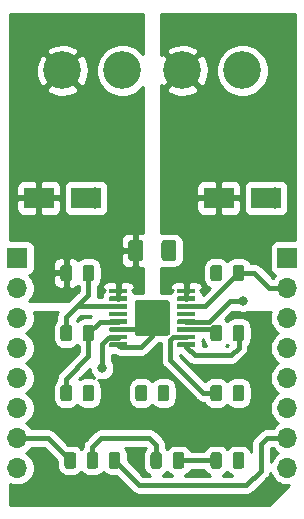
<source format=gbr>
G04 #@! TF.GenerationSoftware,KiCad,Pcbnew,(5.1.5)-3*
G04 #@! TF.CreationDate,2020-05-07T11:30:42+02:00*
G04 #@! TF.ProjectId,TPS26600_ePuse,54505332-3636-4303-905f-65507573652e,rev?*
G04 #@! TF.SameCoordinates,Original*
G04 #@! TF.FileFunction,Copper,L1,Top*
G04 #@! TF.FilePolarity,Positive*
%FSLAX46Y46*%
G04 Gerber Fmt 4.6, Leading zero omitted, Abs format (unit mm)*
G04 Created by KiCad (PCBNEW (5.1.5)-3) date 2020-05-07 11:30:42*
%MOMM*%
%LPD*%
G04 APERTURE LIST*
%ADD10R,2.500000X2.500000*%
%ADD11C,0.100000*%
%ADD12C,3.200000*%
%ADD13R,1.700000X1.700000*%
%ADD14O,1.700000X1.700000*%
%ADD15R,2.500000X1.800000*%
%ADD16C,0.800000*%
%ADD17C,0.381000*%
%ADD18C,0.457200*%
%ADD19C,0.254000*%
G04 APERTURE END LIST*
D10*
X88900000Y-161290000D03*
G04 #@! TA.AperFunction,SMDPad,CuDef*
D11*
G36*
X88230142Y-166941174D02*
G01*
X88253803Y-166944684D01*
X88277007Y-166950496D01*
X88299529Y-166958554D01*
X88321153Y-166968782D01*
X88341670Y-166981079D01*
X88360883Y-166995329D01*
X88378607Y-167011393D01*
X88394671Y-167029117D01*
X88408921Y-167048330D01*
X88421218Y-167068847D01*
X88431446Y-167090471D01*
X88439504Y-167112993D01*
X88445316Y-167136197D01*
X88448826Y-167159858D01*
X88450000Y-167183750D01*
X88450000Y-168096250D01*
X88448826Y-168120142D01*
X88445316Y-168143803D01*
X88439504Y-168167007D01*
X88431446Y-168189529D01*
X88421218Y-168211153D01*
X88408921Y-168231670D01*
X88394671Y-168250883D01*
X88378607Y-168268607D01*
X88360883Y-168284671D01*
X88341670Y-168298921D01*
X88321153Y-168311218D01*
X88299529Y-168321446D01*
X88277007Y-168329504D01*
X88253803Y-168335316D01*
X88230142Y-168338826D01*
X88206250Y-168340000D01*
X87718750Y-168340000D01*
X87694858Y-168338826D01*
X87671197Y-168335316D01*
X87647993Y-168329504D01*
X87625471Y-168321446D01*
X87603847Y-168311218D01*
X87583330Y-168298921D01*
X87564117Y-168284671D01*
X87546393Y-168268607D01*
X87530329Y-168250883D01*
X87516079Y-168231670D01*
X87503782Y-168211153D01*
X87493554Y-168189529D01*
X87485496Y-168167007D01*
X87479684Y-168143803D01*
X87476174Y-168120142D01*
X87475000Y-168096250D01*
X87475000Y-167183750D01*
X87476174Y-167159858D01*
X87479684Y-167136197D01*
X87485496Y-167112993D01*
X87493554Y-167090471D01*
X87503782Y-167068847D01*
X87516079Y-167048330D01*
X87530329Y-167029117D01*
X87546393Y-167011393D01*
X87564117Y-166995329D01*
X87583330Y-166981079D01*
X87603847Y-166968782D01*
X87625471Y-166958554D01*
X87647993Y-166950496D01*
X87671197Y-166944684D01*
X87694858Y-166941174D01*
X87718750Y-166940000D01*
X88206250Y-166940000D01*
X88230142Y-166941174D01*
G37*
G04 #@! TD.AperFunction*
G04 #@! TA.AperFunction,SMDPad,CuDef*
G36*
X90105142Y-166941174D02*
G01*
X90128803Y-166944684D01*
X90152007Y-166950496D01*
X90174529Y-166958554D01*
X90196153Y-166968782D01*
X90216670Y-166981079D01*
X90235883Y-166995329D01*
X90253607Y-167011393D01*
X90269671Y-167029117D01*
X90283921Y-167048330D01*
X90296218Y-167068847D01*
X90306446Y-167090471D01*
X90314504Y-167112993D01*
X90320316Y-167136197D01*
X90323826Y-167159858D01*
X90325000Y-167183750D01*
X90325000Y-168096250D01*
X90323826Y-168120142D01*
X90320316Y-168143803D01*
X90314504Y-168167007D01*
X90306446Y-168189529D01*
X90296218Y-168211153D01*
X90283921Y-168231670D01*
X90269671Y-168250883D01*
X90253607Y-168268607D01*
X90235883Y-168284671D01*
X90216670Y-168298921D01*
X90196153Y-168311218D01*
X90174529Y-168321446D01*
X90152007Y-168329504D01*
X90128803Y-168335316D01*
X90105142Y-168338826D01*
X90081250Y-168340000D01*
X89593750Y-168340000D01*
X89569858Y-168338826D01*
X89546197Y-168335316D01*
X89522993Y-168329504D01*
X89500471Y-168321446D01*
X89478847Y-168311218D01*
X89458330Y-168298921D01*
X89439117Y-168284671D01*
X89421393Y-168268607D01*
X89405329Y-168250883D01*
X89391079Y-168231670D01*
X89378782Y-168211153D01*
X89368554Y-168189529D01*
X89360496Y-168167007D01*
X89354684Y-168143803D01*
X89351174Y-168120142D01*
X89350000Y-168096250D01*
X89350000Y-167183750D01*
X89351174Y-167159858D01*
X89354684Y-167136197D01*
X89360496Y-167112993D01*
X89368554Y-167090471D01*
X89378782Y-167068847D01*
X89391079Y-167048330D01*
X89405329Y-167029117D01*
X89421393Y-167011393D01*
X89439117Y-166995329D01*
X89458330Y-166981079D01*
X89478847Y-166968782D01*
X89500471Y-166958554D01*
X89522993Y-166950496D01*
X89546197Y-166944684D01*
X89569858Y-166941174D01*
X89593750Y-166940000D01*
X90081250Y-166940000D01*
X90105142Y-166941174D01*
G37*
G04 #@! TD.AperFunction*
G04 #@! TA.AperFunction,SMDPad,CuDef*
G36*
X96455142Y-172656174D02*
G01*
X96478803Y-172659684D01*
X96502007Y-172665496D01*
X96524529Y-172673554D01*
X96546153Y-172683782D01*
X96566670Y-172696079D01*
X96585883Y-172710329D01*
X96603607Y-172726393D01*
X96619671Y-172744117D01*
X96633921Y-172763330D01*
X96646218Y-172783847D01*
X96656446Y-172805471D01*
X96664504Y-172827993D01*
X96670316Y-172851197D01*
X96673826Y-172874858D01*
X96675000Y-172898750D01*
X96675000Y-173811250D01*
X96673826Y-173835142D01*
X96670316Y-173858803D01*
X96664504Y-173882007D01*
X96656446Y-173904529D01*
X96646218Y-173926153D01*
X96633921Y-173946670D01*
X96619671Y-173965883D01*
X96603607Y-173983607D01*
X96585883Y-173999671D01*
X96566670Y-174013921D01*
X96546153Y-174026218D01*
X96524529Y-174036446D01*
X96502007Y-174044504D01*
X96478803Y-174050316D01*
X96455142Y-174053826D01*
X96431250Y-174055000D01*
X95943750Y-174055000D01*
X95919858Y-174053826D01*
X95896197Y-174050316D01*
X95872993Y-174044504D01*
X95850471Y-174036446D01*
X95828847Y-174026218D01*
X95808330Y-174013921D01*
X95789117Y-173999671D01*
X95771393Y-173983607D01*
X95755329Y-173965883D01*
X95741079Y-173946670D01*
X95728782Y-173926153D01*
X95718554Y-173904529D01*
X95710496Y-173882007D01*
X95704684Y-173858803D01*
X95701174Y-173835142D01*
X95700000Y-173811250D01*
X95700000Y-172898750D01*
X95701174Y-172874858D01*
X95704684Y-172851197D01*
X95710496Y-172827993D01*
X95718554Y-172805471D01*
X95728782Y-172783847D01*
X95741079Y-172763330D01*
X95755329Y-172744117D01*
X95771393Y-172726393D01*
X95789117Y-172710329D01*
X95808330Y-172696079D01*
X95828847Y-172683782D01*
X95850471Y-172673554D01*
X95872993Y-172665496D01*
X95896197Y-172659684D01*
X95919858Y-172656174D01*
X95943750Y-172655000D01*
X96431250Y-172655000D01*
X96455142Y-172656174D01*
G37*
G04 #@! TD.AperFunction*
G04 #@! TA.AperFunction,SMDPad,CuDef*
G36*
X94580142Y-172656174D02*
G01*
X94603803Y-172659684D01*
X94627007Y-172665496D01*
X94649529Y-172673554D01*
X94671153Y-172683782D01*
X94691670Y-172696079D01*
X94710883Y-172710329D01*
X94728607Y-172726393D01*
X94744671Y-172744117D01*
X94758921Y-172763330D01*
X94771218Y-172783847D01*
X94781446Y-172805471D01*
X94789504Y-172827993D01*
X94795316Y-172851197D01*
X94798826Y-172874858D01*
X94800000Y-172898750D01*
X94800000Y-173811250D01*
X94798826Y-173835142D01*
X94795316Y-173858803D01*
X94789504Y-173882007D01*
X94781446Y-173904529D01*
X94771218Y-173926153D01*
X94758921Y-173946670D01*
X94744671Y-173965883D01*
X94728607Y-173983607D01*
X94710883Y-173999671D01*
X94691670Y-174013921D01*
X94671153Y-174026218D01*
X94649529Y-174036446D01*
X94627007Y-174044504D01*
X94603803Y-174050316D01*
X94580142Y-174053826D01*
X94556250Y-174055000D01*
X94068750Y-174055000D01*
X94044858Y-174053826D01*
X94021197Y-174050316D01*
X93997993Y-174044504D01*
X93975471Y-174036446D01*
X93953847Y-174026218D01*
X93933330Y-174013921D01*
X93914117Y-173999671D01*
X93896393Y-173983607D01*
X93880329Y-173965883D01*
X93866079Y-173946670D01*
X93853782Y-173926153D01*
X93843554Y-173904529D01*
X93835496Y-173882007D01*
X93829684Y-173858803D01*
X93826174Y-173835142D01*
X93825000Y-173811250D01*
X93825000Y-172898750D01*
X93826174Y-172874858D01*
X93829684Y-172851197D01*
X93835496Y-172827993D01*
X93843554Y-172805471D01*
X93853782Y-172783847D01*
X93866079Y-172763330D01*
X93880329Y-172744117D01*
X93896393Y-172726393D01*
X93914117Y-172710329D01*
X93933330Y-172696079D01*
X93953847Y-172683782D01*
X93975471Y-172673554D01*
X93997993Y-172665496D01*
X94021197Y-172659684D01*
X94044858Y-172656174D01*
X94068750Y-172655000D01*
X94556250Y-172655000D01*
X94580142Y-172656174D01*
G37*
G04 #@! TD.AperFunction*
D12*
X91440000Y-140335000D03*
X96520000Y-140335000D03*
X86360000Y-140335000D03*
X81280000Y-140335000D03*
D13*
X77470000Y-156210000D03*
D14*
X77470000Y-158750000D03*
X77470000Y-161290000D03*
X77470000Y-163830000D03*
X77470000Y-166370000D03*
X77470000Y-168910000D03*
X77470000Y-171450000D03*
X77470000Y-173990000D03*
X100330000Y-173990000D03*
X100330000Y-171450000D03*
X100330000Y-168910000D03*
X100330000Y-166370000D03*
X100330000Y-163830000D03*
X100330000Y-161290000D03*
X100330000Y-158750000D03*
D13*
X100330000Y-156210000D03*
G04 #@! TA.AperFunction,SMDPad,CuDef*
D11*
G36*
X82220742Y-172656174D02*
G01*
X82244403Y-172659684D01*
X82267607Y-172665496D01*
X82290129Y-172673554D01*
X82311753Y-172683782D01*
X82332270Y-172696079D01*
X82351483Y-172710329D01*
X82369207Y-172726393D01*
X82385271Y-172744117D01*
X82399521Y-172763330D01*
X82411818Y-172783847D01*
X82422046Y-172805471D01*
X82430104Y-172827993D01*
X82435916Y-172851197D01*
X82439426Y-172874858D01*
X82440600Y-172898750D01*
X82440600Y-173811250D01*
X82439426Y-173835142D01*
X82435916Y-173858803D01*
X82430104Y-173882007D01*
X82422046Y-173904529D01*
X82411818Y-173926153D01*
X82399521Y-173946670D01*
X82385271Y-173965883D01*
X82369207Y-173983607D01*
X82351483Y-173999671D01*
X82332270Y-174013921D01*
X82311753Y-174026218D01*
X82290129Y-174036446D01*
X82267607Y-174044504D01*
X82244403Y-174050316D01*
X82220742Y-174053826D01*
X82196850Y-174055000D01*
X81709350Y-174055000D01*
X81685458Y-174053826D01*
X81661797Y-174050316D01*
X81638593Y-174044504D01*
X81616071Y-174036446D01*
X81594447Y-174026218D01*
X81573930Y-174013921D01*
X81554717Y-173999671D01*
X81536993Y-173983607D01*
X81520929Y-173965883D01*
X81506679Y-173946670D01*
X81494382Y-173926153D01*
X81484154Y-173904529D01*
X81476096Y-173882007D01*
X81470284Y-173858803D01*
X81466774Y-173835142D01*
X81465600Y-173811250D01*
X81465600Y-172898750D01*
X81466774Y-172874858D01*
X81470284Y-172851197D01*
X81476096Y-172827993D01*
X81484154Y-172805471D01*
X81494382Y-172783847D01*
X81506679Y-172763330D01*
X81520929Y-172744117D01*
X81536993Y-172726393D01*
X81554717Y-172710329D01*
X81573930Y-172696079D01*
X81594447Y-172683782D01*
X81616071Y-172673554D01*
X81638593Y-172665496D01*
X81661797Y-172659684D01*
X81685458Y-172656174D01*
X81709350Y-172655000D01*
X82196850Y-172655000D01*
X82220742Y-172656174D01*
G37*
G04 #@! TD.AperFunction*
G04 #@! TA.AperFunction,SMDPad,CuDef*
G36*
X85962642Y-172656174D02*
G01*
X85986303Y-172659684D01*
X86009507Y-172665496D01*
X86032029Y-172673554D01*
X86053653Y-172683782D01*
X86074170Y-172696079D01*
X86093383Y-172710329D01*
X86111107Y-172726393D01*
X86127171Y-172744117D01*
X86141421Y-172763330D01*
X86153718Y-172783847D01*
X86163946Y-172805471D01*
X86172004Y-172827993D01*
X86177816Y-172851197D01*
X86181326Y-172874858D01*
X86182500Y-172898750D01*
X86182500Y-173811250D01*
X86181326Y-173835142D01*
X86177816Y-173858803D01*
X86172004Y-173882007D01*
X86163946Y-173904529D01*
X86153718Y-173926153D01*
X86141421Y-173946670D01*
X86127171Y-173965883D01*
X86111107Y-173983607D01*
X86093383Y-173999671D01*
X86074170Y-174013921D01*
X86053653Y-174026218D01*
X86032029Y-174036446D01*
X86009507Y-174044504D01*
X85986303Y-174050316D01*
X85962642Y-174053826D01*
X85938750Y-174055000D01*
X85451250Y-174055000D01*
X85427358Y-174053826D01*
X85403697Y-174050316D01*
X85380493Y-174044504D01*
X85357971Y-174036446D01*
X85336347Y-174026218D01*
X85315830Y-174013921D01*
X85296617Y-173999671D01*
X85278893Y-173983607D01*
X85262829Y-173965883D01*
X85248579Y-173946670D01*
X85236282Y-173926153D01*
X85226054Y-173904529D01*
X85217996Y-173882007D01*
X85212184Y-173858803D01*
X85208674Y-173835142D01*
X85207500Y-173811250D01*
X85207500Y-172898750D01*
X85208674Y-172874858D01*
X85212184Y-172851197D01*
X85217996Y-172827993D01*
X85226054Y-172805471D01*
X85236282Y-172783847D01*
X85248579Y-172763330D01*
X85262829Y-172744117D01*
X85278893Y-172726393D01*
X85296617Y-172710329D01*
X85315830Y-172696079D01*
X85336347Y-172683782D01*
X85357971Y-172673554D01*
X85380493Y-172665496D01*
X85403697Y-172659684D01*
X85427358Y-172656174D01*
X85451250Y-172655000D01*
X85938750Y-172655000D01*
X85962642Y-172656174D01*
G37*
G04 #@! TD.AperFunction*
G04 #@! TA.AperFunction,SMDPad,CuDef*
G36*
X84087642Y-172656174D02*
G01*
X84111303Y-172659684D01*
X84134507Y-172665496D01*
X84157029Y-172673554D01*
X84178653Y-172683782D01*
X84199170Y-172696079D01*
X84218383Y-172710329D01*
X84236107Y-172726393D01*
X84252171Y-172744117D01*
X84266421Y-172763330D01*
X84278718Y-172783847D01*
X84288946Y-172805471D01*
X84297004Y-172827993D01*
X84302816Y-172851197D01*
X84306326Y-172874858D01*
X84307500Y-172898750D01*
X84307500Y-173811250D01*
X84306326Y-173835142D01*
X84302816Y-173858803D01*
X84297004Y-173882007D01*
X84288946Y-173904529D01*
X84278718Y-173926153D01*
X84266421Y-173946670D01*
X84252171Y-173965883D01*
X84236107Y-173983607D01*
X84218383Y-173999671D01*
X84199170Y-174013921D01*
X84178653Y-174026218D01*
X84157029Y-174036446D01*
X84134507Y-174044504D01*
X84111303Y-174050316D01*
X84087642Y-174053826D01*
X84063750Y-174055000D01*
X83576250Y-174055000D01*
X83552358Y-174053826D01*
X83528697Y-174050316D01*
X83505493Y-174044504D01*
X83482971Y-174036446D01*
X83461347Y-174026218D01*
X83440830Y-174013921D01*
X83421617Y-173999671D01*
X83403893Y-173983607D01*
X83387829Y-173965883D01*
X83373579Y-173946670D01*
X83361282Y-173926153D01*
X83351054Y-173904529D01*
X83342996Y-173882007D01*
X83337184Y-173858803D01*
X83333674Y-173835142D01*
X83332500Y-173811250D01*
X83332500Y-172898750D01*
X83333674Y-172874858D01*
X83337184Y-172851197D01*
X83342996Y-172827993D01*
X83351054Y-172805471D01*
X83361282Y-172783847D01*
X83373579Y-172763330D01*
X83387829Y-172744117D01*
X83403893Y-172726393D01*
X83421617Y-172710329D01*
X83440830Y-172696079D01*
X83461347Y-172683782D01*
X83482971Y-172673554D01*
X83505493Y-172665496D01*
X83528697Y-172659684D01*
X83552358Y-172656174D01*
X83576250Y-172655000D01*
X84063750Y-172655000D01*
X84087642Y-172656174D01*
G37*
G04 #@! TD.AperFunction*
G04 #@! TA.AperFunction,SMDPad,CuDef*
G36*
X89500142Y-172656174D02*
G01*
X89523803Y-172659684D01*
X89547007Y-172665496D01*
X89569529Y-172673554D01*
X89591153Y-172683782D01*
X89611670Y-172696079D01*
X89630883Y-172710329D01*
X89648607Y-172726393D01*
X89664671Y-172744117D01*
X89678921Y-172763330D01*
X89691218Y-172783847D01*
X89701446Y-172805471D01*
X89709504Y-172827993D01*
X89715316Y-172851197D01*
X89718826Y-172874858D01*
X89720000Y-172898750D01*
X89720000Y-173811250D01*
X89718826Y-173835142D01*
X89715316Y-173858803D01*
X89709504Y-173882007D01*
X89701446Y-173904529D01*
X89691218Y-173926153D01*
X89678921Y-173946670D01*
X89664671Y-173965883D01*
X89648607Y-173983607D01*
X89630883Y-173999671D01*
X89611670Y-174013921D01*
X89591153Y-174026218D01*
X89569529Y-174036446D01*
X89547007Y-174044504D01*
X89523803Y-174050316D01*
X89500142Y-174053826D01*
X89476250Y-174055000D01*
X88988750Y-174055000D01*
X88964858Y-174053826D01*
X88941197Y-174050316D01*
X88917993Y-174044504D01*
X88895471Y-174036446D01*
X88873847Y-174026218D01*
X88853330Y-174013921D01*
X88834117Y-173999671D01*
X88816393Y-173983607D01*
X88800329Y-173965883D01*
X88786079Y-173946670D01*
X88773782Y-173926153D01*
X88763554Y-173904529D01*
X88755496Y-173882007D01*
X88749684Y-173858803D01*
X88746174Y-173835142D01*
X88745000Y-173811250D01*
X88745000Y-172898750D01*
X88746174Y-172874858D01*
X88749684Y-172851197D01*
X88755496Y-172827993D01*
X88763554Y-172805471D01*
X88773782Y-172783847D01*
X88786079Y-172763330D01*
X88800329Y-172744117D01*
X88816393Y-172726393D01*
X88834117Y-172710329D01*
X88853330Y-172696079D01*
X88873847Y-172683782D01*
X88895471Y-172673554D01*
X88917993Y-172665496D01*
X88941197Y-172659684D01*
X88964858Y-172656174D01*
X88988750Y-172655000D01*
X89476250Y-172655000D01*
X89500142Y-172656174D01*
G37*
G04 #@! TD.AperFunction*
G04 #@! TA.AperFunction,SMDPad,CuDef*
G36*
X91375142Y-172656174D02*
G01*
X91398803Y-172659684D01*
X91422007Y-172665496D01*
X91444529Y-172673554D01*
X91466153Y-172683782D01*
X91486670Y-172696079D01*
X91505883Y-172710329D01*
X91523607Y-172726393D01*
X91539671Y-172744117D01*
X91553921Y-172763330D01*
X91566218Y-172783847D01*
X91576446Y-172805471D01*
X91584504Y-172827993D01*
X91590316Y-172851197D01*
X91593826Y-172874858D01*
X91595000Y-172898750D01*
X91595000Y-173811250D01*
X91593826Y-173835142D01*
X91590316Y-173858803D01*
X91584504Y-173882007D01*
X91576446Y-173904529D01*
X91566218Y-173926153D01*
X91553921Y-173946670D01*
X91539671Y-173965883D01*
X91523607Y-173983607D01*
X91505883Y-173999671D01*
X91486670Y-174013921D01*
X91466153Y-174026218D01*
X91444529Y-174036446D01*
X91422007Y-174044504D01*
X91398803Y-174050316D01*
X91375142Y-174053826D01*
X91351250Y-174055000D01*
X90863750Y-174055000D01*
X90839858Y-174053826D01*
X90816197Y-174050316D01*
X90792993Y-174044504D01*
X90770471Y-174036446D01*
X90748847Y-174026218D01*
X90728330Y-174013921D01*
X90709117Y-173999671D01*
X90691393Y-173983607D01*
X90675329Y-173965883D01*
X90661079Y-173946670D01*
X90648782Y-173926153D01*
X90638554Y-173904529D01*
X90630496Y-173882007D01*
X90624684Y-173858803D01*
X90621174Y-173835142D01*
X90620000Y-173811250D01*
X90620000Y-172898750D01*
X90621174Y-172874858D01*
X90624684Y-172851197D01*
X90630496Y-172827993D01*
X90638554Y-172805471D01*
X90648782Y-172783847D01*
X90661079Y-172763330D01*
X90675329Y-172744117D01*
X90691393Y-172726393D01*
X90709117Y-172710329D01*
X90728330Y-172696079D01*
X90748847Y-172683782D01*
X90770471Y-172673554D01*
X90792993Y-172665496D01*
X90816197Y-172659684D01*
X90839858Y-172656174D01*
X90863750Y-172655000D01*
X91351250Y-172655000D01*
X91375142Y-172656174D01*
G37*
G04 #@! TD.AperFunction*
G04 #@! TA.AperFunction,SMDPad,CuDef*
G36*
X83755142Y-156781174D02*
G01*
X83778803Y-156784684D01*
X83802007Y-156790496D01*
X83824529Y-156798554D01*
X83846153Y-156808782D01*
X83866670Y-156821079D01*
X83885883Y-156835329D01*
X83903607Y-156851393D01*
X83919671Y-156869117D01*
X83933921Y-156888330D01*
X83946218Y-156908847D01*
X83956446Y-156930471D01*
X83964504Y-156952993D01*
X83970316Y-156976197D01*
X83973826Y-156999858D01*
X83975000Y-157023750D01*
X83975000Y-157936250D01*
X83973826Y-157960142D01*
X83970316Y-157983803D01*
X83964504Y-158007007D01*
X83956446Y-158029529D01*
X83946218Y-158051153D01*
X83933921Y-158071670D01*
X83919671Y-158090883D01*
X83903607Y-158108607D01*
X83885883Y-158124671D01*
X83866670Y-158138921D01*
X83846153Y-158151218D01*
X83824529Y-158161446D01*
X83802007Y-158169504D01*
X83778803Y-158175316D01*
X83755142Y-158178826D01*
X83731250Y-158180000D01*
X83243750Y-158180000D01*
X83219858Y-158178826D01*
X83196197Y-158175316D01*
X83172993Y-158169504D01*
X83150471Y-158161446D01*
X83128847Y-158151218D01*
X83108330Y-158138921D01*
X83089117Y-158124671D01*
X83071393Y-158108607D01*
X83055329Y-158090883D01*
X83041079Y-158071670D01*
X83028782Y-158051153D01*
X83018554Y-158029529D01*
X83010496Y-158007007D01*
X83004684Y-157983803D01*
X83001174Y-157960142D01*
X83000000Y-157936250D01*
X83000000Y-157023750D01*
X83001174Y-156999858D01*
X83004684Y-156976197D01*
X83010496Y-156952993D01*
X83018554Y-156930471D01*
X83028782Y-156908847D01*
X83041079Y-156888330D01*
X83055329Y-156869117D01*
X83071393Y-156851393D01*
X83089117Y-156835329D01*
X83108330Y-156821079D01*
X83128847Y-156808782D01*
X83150471Y-156798554D01*
X83172993Y-156790496D01*
X83196197Y-156784684D01*
X83219858Y-156781174D01*
X83243750Y-156780000D01*
X83731250Y-156780000D01*
X83755142Y-156781174D01*
G37*
G04 #@! TD.AperFunction*
G04 #@! TA.AperFunction,SMDPad,CuDef*
G36*
X81880142Y-156781174D02*
G01*
X81903803Y-156784684D01*
X81927007Y-156790496D01*
X81949529Y-156798554D01*
X81971153Y-156808782D01*
X81991670Y-156821079D01*
X82010883Y-156835329D01*
X82028607Y-156851393D01*
X82044671Y-156869117D01*
X82058921Y-156888330D01*
X82071218Y-156908847D01*
X82081446Y-156930471D01*
X82089504Y-156952993D01*
X82095316Y-156976197D01*
X82098826Y-156999858D01*
X82100000Y-157023750D01*
X82100000Y-157936250D01*
X82098826Y-157960142D01*
X82095316Y-157983803D01*
X82089504Y-158007007D01*
X82081446Y-158029529D01*
X82071218Y-158051153D01*
X82058921Y-158071670D01*
X82044671Y-158090883D01*
X82028607Y-158108607D01*
X82010883Y-158124671D01*
X81991670Y-158138921D01*
X81971153Y-158151218D01*
X81949529Y-158161446D01*
X81927007Y-158169504D01*
X81903803Y-158175316D01*
X81880142Y-158178826D01*
X81856250Y-158180000D01*
X81368750Y-158180000D01*
X81344858Y-158178826D01*
X81321197Y-158175316D01*
X81297993Y-158169504D01*
X81275471Y-158161446D01*
X81253847Y-158151218D01*
X81233330Y-158138921D01*
X81214117Y-158124671D01*
X81196393Y-158108607D01*
X81180329Y-158090883D01*
X81166079Y-158071670D01*
X81153782Y-158051153D01*
X81143554Y-158029529D01*
X81135496Y-158007007D01*
X81129684Y-157983803D01*
X81126174Y-157960142D01*
X81125000Y-157936250D01*
X81125000Y-157023750D01*
X81126174Y-156999858D01*
X81129684Y-156976197D01*
X81135496Y-156952993D01*
X81143554Y-156930471D01*
X81153782Y-156908847D01*
X81166079Y-156888330D01*
X81180329Y-156869117D01*
X81196393Y-156851393D01*
X81214117Y-156835329D01*
X81233330Y-156821079D01*
X81253847Y-156808782D01*
X81275471Y-156798554D01*
X81297993Y-156790496D01*
X81321197Y-156784684D01*
X81344858Y-156781174D01*
X81368750Y-156780000D01*
X81856250Y-156780000D01*
X81880142Y-156781174D01*
G37*
G04 #@! TD.AperFunction*
G04 #@! TA.AperFunction,SMDPad,CuDef*
G36*
X81880142Y-161861174D02*
G01*
X81903803Y-161864684D01*
X81927007Y-161870496D01*
X81949529Y-161878554D01*
X81971153Y-161888782D01*
X81991670Y-161901079D01*
X82010883Y-161915329D01*
X82028607Y-161931393D01*
X82044671Y-161949117D01*
X82058921Y-161968330D01*
X82071218Y-161988847D01*
X82081446Y-162010471D01*
X82089504Y-162032993D01*
X82095316Y-162056197D01*
X82098826Y-162079858D01*
X82100000Y-162103750D01*
X82100000Y-163016250D01*
X82098826Y-163040142D01*
X82095316Y-163063803D01*
X82089504Y-163087007D01*
X82081446Y-163109529D01*
X82071218Y-163131153D01*
X82058921Y-163151670D01*
X82044671Y-163170883D01*
X82028607Y-163188607D01*
X82010883Y-163204671D01*
X81991670Y-163218921D01*
X81971153Y-163231218D01*
X81949529Y-163241446D01*
X81927007Y-163249504D01*
X81903803Y-163255316D01*
X81880142Y-163258826D01*
X81856250Y-163260000D01*
X81368750Y-163260000D01*
X81344858Y-163258826D01*
X81321197Y-163255316D01*
X81297993Y-163249504D01*
X81275471Y-163241446D01*
X81253847Y-163231218D01*
X81233330Y-163218921D01*
X81214117Y-163204671D01*
X81196393Y-163188607D01*
X81180329Y-163170883D01*
X81166079Y-163151670D01*
X81153782Y-163131153D01*
X81143554Y-163109529D01*
X81135496Y-163087007D01*
X81129684Y-163063803D01*
X81126174Y-163040142D01*
X81125000Y-163016250D01*
X81125000Y-162103750D01*
X81126174Y-162079858D01*
X81129684Y-162056197D01*
X81135496Y-162032993D01*
X81143554Y-162010471D01*
X81153782Y-161988847D01*
X81166079Y-161968330D01*
X81180329Y-161949117D01*
X81196393Y-161931393D01*
X81214117Y-161915329D01*
X81233330Y-161901079D01*
X81253847Y-161888782D01*
X81275471Y-161878554D01*
X81297993Y-161870496D01*
X81321197Y-161864684D01*
X81344858Y-161861174D01*
X81368750Y-161860000D01*
X81856250Y-161860000D01*
X81880142Y-161861174D01*
G37*
G04 #@! TD.AperFunction*
G04 #@! TA.AperFunction,SMDPad,CuDef*
G36*
X83755142Y-161861174D02*
G01*
X83778803Y-161864684D01*
X83802007Y-161870496D01*
X83824529Y-161878554D01*
X83846153Y-161888782D01*
X83866670Y-161901079D01*
X83885883Y-161915329D01*
X83903607Y-161931393D01*
X83919671Y-161949117D01*
X83933921Y-161968330D01*
X83946218Y-161988847D01*
X83956446Y-162010471D01*
X83964504Y-162032993D01*
X83970316Y-162056197D01*
X83973826Y-162079858D01*
X83975000Y-162103750D01*
X83975000Y-163016250D01*
X83973826Y-163040142D01*
X83970316Y-163063803D01*
X83964504Y-163087007D01*
X83956446Y-163109529D01*
X83946218Y-163131153D01*
X83933921Y-163151670D01*
X83919671Y-163170883D01*
X83903607Y-163188607D01*
X83885883Y-163204671D01*
X83866670Y-163218921D01*
X83846153Y-163231218D01*
X83824529Y-163241446D01*
X83802007Y-163249504D01*
X83778803Y-163255316D01*
X83755142Y-163258826D01*
X83731250Y-163260000D01*
X83243750Y-163260000D01*
X83219858Y-163258826D01*
X83196197Y-163255316D01*
X83172993Y-163249504D01*
X83150471Y-163241446D01*
X83128847Y-163231218D01*
X83108330Y-163218921D01*
X83089117Y-163204671D01*
X83071393Y-163188607D01*
X83055329Y-163170883D01*
X83041079Y-163151670D01*
X83028782Y-163131153D01*
X83018554Y-163109529D01*
X83010496Y-163087007D01*
X83004684Y-163063803D01*
X83001174Y-163040142D01*
X83000000Y-163016250D01*
X83000000Y-162103750D01*
X83001174Y-162079858D01*
X83004684Y-162056197D01*
X83010496Y-162032993D01*
X83018554Y-162010471D01*
X83028782Y-161988847D01*
X83041079Y-161968330D01*
X83055329Y-161949117D01*
X83071393Y-161931393D01*
X83089117Y-161915329D01*
X83108330Y-161901079D01*
X83128847Y-161888782D01*
X83150471Y-161878554D01*
X83172993Y-161870496D01*
X83196197Y-161864684D01*
X83219858Y-161861174D01*
X83243750Y-161860000D01*
X83731250Y-161860000D01*
X83755142Y-161861174D01*
G37*
G04 #@! TD.AperFunction*
G04 #@! TA.AperFunction,SMDPad,CuDef*
G36*
X83755142Y-166941174D02*
G01*
X83778803Y-166944684D01*
X83802007Y-166950496D01*
X83824529Y-166958554D01*
X83846153Y-166968782D01*
X83866670Y-166981079D01*
X83885883Y-166995329D01*
X83903607Y-167011393D01*
X83919671Y-167029117D01*
X83933921Y-167048330D01*
X83946218Y-167068847D01*
X83956446Y-167090471D01*
X83964504Y-167112993D01*
X83970316Y-167136197D01*
X83973826Y-167159858D01*
X83975000Y-167183750D01*
X83975000Y-168096250D01*
X83973826Y-168120142D01*
X83970316Y-168143803D01*
X83964504Y-168167007D01*
X83956446Y-168189529D01*
X83946218Y-168211153D01*
X83933921Y-168231670D01*
X83919671Y-168250883D01*
X83903607Y-168268607D01*
X83885883Y-168284671D01*
X83866670Y-168298921D01*
X83846153Y-168311218D01*
X83824529Y-168321446D01*
X83802007Y-168329504D01*
X83778803Y-168335316D01*
X83755142Y-168338826D01*
X83731250Y-168340000D01*
X83243750Y-168340000D01*
X83219858Y-168338826D01*
X83196197Y-168335316D01*
X83172993Y-168329504D01*
X83150471Y-168321446D01*
X83128847Y-168311218D01*
X83108330Y-168298921D01*
X83089117Y-168284671D01*
X83071393Y-168268607D01*
X83055329Y-168250883D01*
X83041079Y-168231670D01*
X83028782Y-168211153D01*
X83018554Y-168189529D01*
X83010496Y-168167007D01*
X83004684Y-168143803D01*
X83001174Y-168120142D01*
X83000000Y-168096250D01*
X83000000Y-167183750D01*
X83001174Y-167159858D01*
X83004684Y-167136197D01*
X83010496Y-167112993D01*
X83018554Y-167090471D01*
X83028782Y-167068847D01*
X83041079Y-167048330D01*
X83055329Y-167029117D01*
X83071393Y-167011393D01*
X83089117Y-166995329D01*
X83108330Y-166981079D01*
X83128847Y-166968782D01*
X83150471Y-166958554D01*
X83172993Y-166950496D01*
X83196197Y-166944684D01*
X83219858Y-166941174D01*
X83243750Y-166940000D01*
X83731250Y-166940000D01*
X83755142Y-166941174D01*
G37*
G04 #@! TD.AperFunction*
G04 #@! TA.AperFunction,SMDPad,CuDef*
G36*
X81880142Y-166941174D02*
G01*
X81903803Y-166944684D01*
X81927007Y-166950496D01*
X81949529Y-166958554D01*
X81971153Y-166968782D01*
X81991670Y-166981079D01*
X82010883Y-166995329D01*
X82028607Y-167011393D01*
X82044671Y-167029117D01*
X82058921Y-167048330D01*
X82071218Y-167068847D01*
X82081446Y-167090471D01*
X82089504Y-167112993D01*
X82095316Y-167136197D01*
X82098826Y-167159858D01*
X82100000Y-167183750D01*
X82100000Y-168096250D01*
X82098826Y-168120142D01*
X82095316Y-168143803D01*
X82089504Y-168167007D01*
X82081446Y-168189529D01*
X82071218Y-168211153D01*
X82058921Y-168231670D01*
X82044671Y-168250883D01*
X82028607Y-168268607D01*
X82010883Y-168284671D01*
X81991670Y-168298921D01*
X81971153Y-168311218D01*
X81949529Y-168321446D01*
X81927007Y-168329504D01*
X81903803Y-168335316D01*
X81880142Y-168338826D01*
X81856250Y-168340000D01*
X81368750Y-168340000D01*
X81344858Y-168338826D01*
X81321197Y-168335316D01*
X81297993Y-168329504D01*
X81275471Y-168321446D01*
X81253847Y-168311218D01*
X81233330Y-168298921D01*
X81214117Y-168284671D01*
X81196393Y-168268607D01*
X81180329Y-168250883D01*
X81166079Y-168231670D01*
X81153782Y-168211153D01*
X81143554Y-168189529D01*
X81135496Y-168167007D01*
X81129684Y-168143803D01*
X81126174Y-168120142D01*
X81125000Y-168096250D01*
X81125000Y-167183750D01*
X81126174Y-167159858D01*
X81129684Y-167136197D01*
X81135496Y-167112993D01*
X81143554Y-167090471D01*
X81153782Y-167068847D01*
X81166079Y-167048330D01*
X81180329Y-167029117D01*
X81196393Y-167011393D01*
X81214117Y-166995329D01*
X81233330Y-166981079D01*
X81253847Y-166968782D01*
X81275471Y-166958554D01*
X81297993Y-166950496D01*
X81321197Y-166944684D01*
X81344858Y-166941174D01*
X81368750Y-166940000D01*
X81856250Y-166940000D01*
X81880142Y-166941174D01*
G37*
G04 #@! TD.AperFunction*
G04 #@! TA.AperFunction,SMDPad,CuDef*
G36*
X94580142Y-156781174D02*
G01*
X94603803Y-156784684D01*
X94627007Y-156790496D01*
X94649529Y-156798554D01*
X94671153Y-156808782D01*
X94691670Y-156821079D01*
X94710883Y-156835329D01*
X94728607Y-156851393D01*
X94744671Y-156869117D01*
X94758921Y-156888330D01*
X94771218Y-156908847D01*
X94781446Y-156930471D01*
X94789504Y-156952993D01*
X94795316Y-156976197D01*
X94798826Y-156999858D01*
X94800000Y-157023750D01*
X94800000Y-157936250D01*
X94798826Y-157960142D01*
X94795316Y-157983803D01*
X94789504Y-158007007D01*
X94781446Y-158029529D01*
X94771218Y-158051153D01*
X94758921Y-158071670D01*
X94744671Y-158090883D01*
X94728607Y-158108607D01*
X94710883Y-158124671D01*
X94691670Y-158138921D01*
X94671153Y-158151218D01*
X94649529Y-158161446D01*
X94627007Y-158169504D01*
X94603803Y-158175316D01*
X94580142Y-158178826D01*
X94556250Y-158180000D01*
X94068750Y-158180000D01*
X94044858Y-158178826D01*
X94021197Y-158175316D01*
X93997993Y-158169504D01*
X93975471Y-158161446D01*
X93953847Y-158151218D01*
X93933330Y-158138921D01*
X93914117Y-158124671D01*
X93896393Y-158108607D01*
X93880329Y-158090883D01*
X93866079Y-158071670D01*
X93853782Y-158051153D01*
X93843554Y-158029529D01*
X93835496Y-158007007D01*
X93829684Y-157983803D01*
X93826174Y-157960142D01*
X93825000Y-157936250D01*
X93825000Y-157023750D01*
X93826174Y-156999858D01*
X93829684Y-156976197D01*
X93835496Y-156952993D01*
X93843554Y-156930471D01*
X93853782Y-156908847D01*
X93866079Y-156888330D01*
X93880329Y-156869117D01*
X93896393Y-156851393D01*
X93914117Y-156835329D01*
X93933330Y-156821079D01*
X93953847Y-156808782D01*
X93975471Y-156798554D01*
X93997993Y-156790496D01*
X94021197Y-156784684D01*
X94044858Y-156781174D01*
X94068750Y-156780000D01*
X94556250Y-156780000D01*
X94580142Y-156781174D01*
G37*
G04 #@! TD.AperFunction*
G04 #@! TA.AperFunction,SMDPad,CuDef*
G36*
X96455142Y-156781174D02*
G01*
X96478803Y-156784684D01*
X96502007Y-156790496D01*
X96524529Y-156798554D01*
X96546153Y-156808782D01*
X96566670Y-156821079D01*
X96585883Y-156835329D01*
X96603607Y-156851393D01*
X96619671Y-156869117D01*
X96633921Y-156888330D01*
X96646218Y-156908847D01*
X96656446Y-156930471D01*
X96664504Y-156952993D01*
X96670316Y-156976197D01*
X96673826Y-156999858D01*
X96675000Y-157023750D01*
X96675000Y-157936250D01*
X96673826Y-157960142D01*
X96670316Y-157983803D01*
X96664504Y-158007007D01*
X96656446Y-158029529D01*
X96646218Y-158051153D01*
X96633921Y-158071670D01*
X96619671Y-158090883D01*
X96603607Y-158108607D01*
X96585883Y-158124671D01*
X96566670Y-158138921D01*
X96546153Y-158151218D01*
X96524529Y-158161446D01*
X96502007Y-158169504D01*
X96478803Y-158175316D01*
X96455142Y-158178826D01*
X96431250Y-158180000D01*
X95943750Y-158180000D01*
X95919858Y-158178826D01*
X95896197Y-158175316D01*
X95872993Y-158169504D01*
X95850471Y-158161446D01*
X95828847Y-158151218D01*
X95808330Y-158138921D01*
X95789117Y-158124671D01*
X95771393Y-158108607D01*
X95755329Y-158090883D01*
X95741079Y-158071670D01*
X95728782Y-158051153D01*
X95718554Y-158029529D01*
X95710496Y-158007007D01*
X95704684Y-157983803D01*
X95701174Y-157960142D01*
X95700000Y-157936250D01*
X95700000Y-157023750D01*
X95701174Y-156999858D01*
X95704684Y-156976197D01*
X95710496Y-156952993D01*
X95718554Y-156930471D01*
X95728782Y-156908847D01*
X95741079Y-156888330D01*
X95755329Y-156869117D01*
X95771393Y-156851393D01*
X95789117Y-156835329D01*
X95808330Y-156821079D01*
X95828847Y-156808782D01*
X95850471Y-156798554D01*
X95872993Y-156790496D01*
X95896197Y-156784684D01*
X95919858Y-156781174D01*
X95943750Y-156780000D01*
X96431250Y-156780000D01*
X96455142Y-156781174D01*
G37*
G04 #@! TD.AperFunction*
G04 #@! TA.AperFunction,SMDPad,CuDef*
G36*
X94580142Y-166941174D02*
G01*
X94603803Y-166944684D01*
X94627007Y-166950496D01*
X94649529Y-166958554D01*
X94671153Y-166968782D01*
X94691670Y-166981079D01*
X94710883Y-166995329D01*
X94728607Y-167011393D01*
X94744671Y-167029117D01*
X94758921Y-167048330D01*
X94771218Y-167068847D01*
X94781446Y-167090471D01*
X94789504Y-167112993D01*
X94795316Y-167136197D01*
X94798826Y-167159858D01*
X94800000Y-167183750D01*
X94800000Y-168096250D01*
X94798826Y-168120142D01*
X94795316Y-168143803D01*
X94789504Y-168167007D01*
X94781446Y-168189529D01*
X94771218Y-168211153D01*
X94758921Y-168231670D01*
X94744671Y-168250883D01*
X94728607Y-168268607D01*
X94710883Y-168284671D01*
X94691670Y-168298921D01*
X94671153Y-168311218D01*
X94649529Y-168321446D01*
X94627007Y-168329504D01*
X94603803Y-168335316D01*
X94580142Y-168338826D01*
X94556250Y-168340000D01*
X94068750Y-168340000D01*
X94044858Y-168338826D01*
X94021197Y-168335316D01*
X93997993Y-168329504D01*
X93975471Y-168321446D01*
X93953847Y-168311218D01*
X93933330Y-168298921D01*
X93914117Y-168284671D01*
X93896393Y-168268607D01*
X93880329Y-168250883D01*
X93866079Y-168231670D01*
X93853782Y-168211153D01*
X93843554Y-168189529D01*
X93835496Y-168167007D01*
X93829684Y-168143803D01*
X93826174Y-168120142D01*
X93825000Y-168096250D01*
X93825000Y-167183750D01*
X93826174Y-167159858D01*
X93829684Y-167136197D01*
X93835496Y-167112993D01*
X93843554Y-167090471D01*
X93853782Y-167068847D01*
X93866079Y-167048330D01*
X93880329Y-167029117D01*
X93896393Y-167011393D01*
X93914117Y-166995329D01*
X93933330Y-166981079D01*
X93953847Y-166968782D01*
X93975471Y-166958554D01*
X93997993Y-166950496D01*
X94021197Y-166944684D01*
X94044858Y-166941174D01*
X94068750Y-166940000D01*
X94556250Y-166940000D01*
X94580142Y-166941174D01*
G37*
G04 #@! TD.AperFunction*
G04 #@! TA.AperFunction,SMDPad,CuDef*
G36*
X96455142Y-166941174D02*
G01*
X96478803Y-166944684D01*
X96502007Y-166950496D01*
X96524529Y-166958554D01*
X96546153Y-166968782D01*
X96566670Y-166981079D01*
X96585883Y-166995329D01*
X96603607Y-167011393D01*
X96619671Y-167029117D01*
X96633921Y-167048330D01*
X96646218Y-167068847D01*
X96656446Y-167090471D01*
X96664504Y-167112993D01*
X96670316Y-167136197D01*
X96673826Y-167159858D01*
X96675000Y-167183750D01*
X96675000Y-168096250D01*
X96673826Y-168120142D01*
X96670316Y-168143803D01*
X96664504Y-168167007D01*
X96656446Y-168189529D01*
X96646218Y-168211153D01*
X96633921Y-168231670D01*
X96619671Y-168250883D01*
X96603607Y-168268607D01*
X96585883Y-168284671D01*
X96566670Y-168298921D01*
X96546153Y-168311218D01*
X96524529Y-168321446D01*
X96502007Y-168329504D01*
X96478803Y-168335316D01*
X96455142Y-168338826D01*
X96431250Y-168340000D01*
X95943750Y-168340000D01*
X95919858Y-168338826D01*
X95896197Y-168335316D01*
X95872993Y-168329504D01*
X95850471Y-168321446D01*
X95828847Y-168311218D01*
X95808330Y-168298921D01*
X95789117Y-168284671D01*
X95771393Y-168268607D01*
X95755329Y-168250883D01*
X95741079Y-168231670D01*
X95728782Y-168211153D01*
X95718554Y-168189529D01*
X95710496Y-168167007D01*
X95704684Y-168143803D01*
X95701174Y-168120142D01*
X95700000Y-168096250D01*
X95700000Y-167183750D01*
X95701174Y-167159858D01*
X95704684Y-167136197D01*
X95710496Y-167112993D01*
X95718554Y-167090471D01*
X95728782Y-167068847D01*
X95741079Y-167048330D01*
X95755329Y-167029117D01*
X95771393Y-167011393D01*
X95789117Y-166995329D01*
X95808330Y-166981079D01*
X95828847Y-166968782D01*
X95850471Y-166958554D01*
X95872993Y-166950496D01*
X95896197Y-166944684D01*
X95919858Y-166941174D01*
X95943750Y-166940000D01*
X96431250Y-166940000D01*
X96455142Y-166941174D01*
G37*
G04 #@! TD.AperFunction*
G04 #@! TA.AperFunction,SMDPad,CuDef*
G36*
X96455142Y-161861174D02*
G01*
X96478803Y-161864684D01*
X96502007Y-161870496D01*
X96524529Y-161878554D01*
X96546153Y-161888782D01*
X96566670Y-161901079D01*
X96585883Y-161915329D01*
X96603607Y-161931393D01*
X96619671Y-161949117D01*
X96633921Y-161968330D01*
X96646218Y-161988847D01*
X96656446Y-162010471D01*
X96664504Y-162032993D01*
X96670316Y-162056197D01*
X96673826Y-162079858D01*
X96675000Y-162103750D01*
X96675000Y-163016250D01*
X96673826Y-163040142D01*
X96670316Y-163063803D01*
X96664504Y-163087007D01*
X96656446Y-163109529D01*
X96646218Y-163131153D01*
X96633921Y-163151670D01*
X96619671Y-163170883D01*
X96603607Y-163188607D01*
X96585883Y-163204671D01*
X96566670Y-163218921D01*
X96546153Y-163231218D01*
X96524529Y-163241446D01*
X96502007Y-163249504D01*
X96478803Y-163255316D01*
X96455142Y-163258826D01*
X96431250Y-163260000D01*
X95943750Y-163260000D01*
X95919858Y-163258826D01*
X95896197Y-163255316D01*
X95872993Y-163249504D01*
X95850471Y-163241446D01*
X95828847Y-163231218D01*
X95808330Y-163218921D01*
X95789117Y-163204671D01*
X95771393Y-163188607D01*
X95755329Y-163170883D01*
X95741079Y-163151670D01*
X95728782Y-163131153D01*
X95718554Y-163109529D01*
X95710496Y-163087007D01*
X95704684Y-163063803D01*
X95701174Y-163040142D01*
X95700000Y-163016250D01*
X95700000Y-162103750D01*
X95701174Y-162079858D01*
X95704684Y-162056197D01*
X95710496Y-162032993D01*
X95718554Y-162010471D01*
X95728782Y-161988847D01*
X95741079Y-161968330D01*
X95755329Y-161949117D01*
X95771393Y-161931393D01*
X95789117Y-161915329D01*
X95808330Y-161901079D01*
X95828847Y-161888782D01*
X95850471Y-161878554D01*
X95872993Y-161870496D01*
X95896197Y-161864684D01*
X95919858Y-161861174D01*
X95943750Y-161860000D01*
X96431250Y-161860000D01*
X96455142Y-161861174D01*
G37*
G04 #@! TD.AperFunction*
G04 #@! TA.AperFunction,SMDPad,CuDef*
G36*
X94580142Y-161861174D02*
G01*
X94603803Y-161864684D01*
X94627007Y-161870496D01*
X94649529Y-161878554D01*
X94671153Y-161888782D01*
X94691670Y-161901079D01*
X94710883Y-161915329D01*
X94728607Y-161931393D01*
X94744671Y-161949117D01*
X94758921Y-161968330D01*
X94771218Y-161988847D01*
X94781446Y-162010471D01*
X94789504Y-162032993D01*
X94795316Y-162056197D01*
X94798826Y-162079858D01*
X94800000Y-162103750D01*
X94800000Y-163016250D01*
X94798826Y-163040142D01*
X94795316Y-163063803D01*
X94789504Y-163087007D01*
X94781446Y-163109529D01*
X94771218Y-163131153D01*
X94758921Y-163151670D01*
X94744671Y-163170883D01*
X94728607Y-163188607D01*
X94710883Y-163204671D01*
X94691670Y-163218921D01*
X94671153Y-163231218D01*
X94649529Y-163241446D01*
X94627007Y-163249504D01*
X94603803Y-163255316D01*
X94580142Y-163258826D01*
X94556250Y-163260000D01*
X94068750Y-163260000D01*
X94044858Y-163258826D01*
X94021197Y-163255316D01*
X93997993Y-163249504D01*
X93975471Y-163241446D01*
X93953847Y-163231218D01*
X93933330Y-163218921D01*
X93914117Y-163204671D01*
X93896393Y-163188607D01*
X93880329Y-163170883D01*
X93866079Y-163151670D01*
X93853782Y-163131153D01*
X93843554Y-163109529D01*
X93835496Y-163087007D01*
X93829684Y-163063803D01*
X93826174Y-163040142D01*
X93825000Y-163016250D01*
X93825000Y-162103750D01*
X93826174Y-162079858D01*
X93829684Y-162056197D01*
X93835496Y-162032993D01*
X93843554Y-162010471D01*
X93853782Y-161988847D01*
X93866079Y-161968330D01*
X93880329Y-161949117D01*
X93896393Y-161931393D01*
X93914117Y-161915329D01*
X93933330Y-161901079D01*
X93953847Y-161888782D01*
X93975471Y-161878554D01*
X93997993Y-161870496D01*
X94021197Y-161864684D01*
X94044858Y-161861174D01*
X94068750Y-161860000D01*
X94556250Y-161860000D01*
X94580142Y-161861174D01*
G37*
G04 #@! TD.AperFunction*
G04 #@! TA.AperFunction,SMDPad,CuDef*
G36*
X90174505Y-159791204D02*
G01*
X90198773Y-159794804D01*
X90222572Y-159800765D01*
X90245671Y-159809030D01*
X90267850Y-159819520D01*
X90288893Y-159832132D01*
X90308599Y-159846747D01*
X90326777Y-159863223D01*
X90343253Y-159881401D01*
X90357868Y-159901107D01*
X90370480Y-159922150D01*
X90380970Y-159944329D01*
X90389235Y-159967428D01*
X90395196Y-159991227D01*
X90398796Y-160015495D01*
X90400000Y-160039999D01*
X90400000Y-162540001D01*
X90398796Y-162564505D01*
X90395196Y-162588773D01*
X90389235Y-162612572D01*
X90380970Y-162635671D01*
X90370480Y-162657850D01*
X90357868Y-162678893D01*
X90343253Y-162698599D01*
X90326777Y-162716777D01*
X90308599Y-162733253D01*
X90288893Y-162747868D01*
X90267850Y-162760480D01*
X90245671Y-162770970D01*
X90222572Y-162779235D01*
X90198773Y-162785196D01*
X90174505Y-162788796D01*
X90150001Y-162790000D01*
X87649999Y-162790000D01*
X87625495Y-162788796D01*
X87601227Y-162785196D01*
X87577428Y-162779235D01*
X87554329Y-162770970D01*
X87532150Y-162760480D01*
X87511107Y-162747868D01*
X87491401Y-162733253D01*
X87473223Y-162716777D01*
X87456747Y-162698599D01*
X87442132Y-162678893D01*
X87429520Y-162657850D01*
X87419030Y-162635671D01*
X87410765Y-162612572D01*
X87404804Y-162588773D01*
X87401204Y-162564505D01*
X87400000Y-162540001D01*
X87400000Y-160039999D01*
X87401204Y-160015495D01*
X87404804Y-159991227D01*
X87410765Y-159967428D01*
X87419030Y-159944329D01*
X87429520Y-159922150D01*
X87442132Y-159901107D01*
X87456747Y-159881401D01*
X87473223Y-159863223D01*
X87491401Y-159846747D01*
X87511107Y-159832132D01*
X87532150Y-159819520D01*
X87554329Y-159809030D01*
X87577428Y-159800765D01*
X87601227Y-159794804D01*
X87625495Y-159791204D01*
X87649999Y-159790000D01*
X90150001Y-159790000D01*
X90174505Y-159791204D01*
G37*
G04 #@! TD.AperFunction*
G04 #@! TA.AperFunction,SMDPad,CuDef*
G36*
X86709802Y-158815482D02*
G01*
X86719509Y-158816921D01*
X86729028Y-158819306D01*
X86738268Y-158822612D01*
X86747140Y-158826808D01*
X86755557Y-158831853D01*
X86763439Y-158837699D01*
X86770711Y-158844289D01*
X86777301Y-158851561D01*
X86783147Y-158859443D01*
X86788192Y-158867860D01*
X86792388Y-158876732D01*
X86795694Y-158885972D01*
X86798079Y-158895491D01*
X86799518Y-158905198D01*
X86800000Y-158915000D01*
X86800000Y-159115000D01*
X86799518Y-159124802D01*
X86798079Y-159134509D01*
X86795694Y-159144028D01*
X86792388Y-159153268D01*
X86788192Y-159162140D01*
X86783147Y-159170557D01*
X86777301Y-159178439D01*
X86770711Y-159185711D01*
X86763439Y-159192301D01*
X86755557Y-159198147D01*
X86747140Y-159203192D01*
X86738268Y-159207388D01*
X86729028Y-159210694D01*
X86719509Y-159213079D01*
X86709802Y-159214518D01*
X86700000Y-159215000D01*
X85350000Y-159215000D01*
X85340198Y-159214518D01*
X85330491Y-159213079D01*
X85320972Y-159210694D01*
X85311732Y-159207388D01*
X85302860Y-159203192D01*
X85294443Y-159198147D01*
X85286561Y-159192301D01*
X85279289Y-159185711D01*
X85272699Y-159178439D01*
X85266853Y-159170557D01*
X85261808Y-159162140D01*
X85257612Y-159153268D01*
X85254306Y-159144028D01*
X85251921Y-159134509D01*
X85250482Y-159124802D01*
X85250000Y-159115000D01*
X85250000Y-158915000D01*
X85250482Y-158905198D01*
X85251921Y-158895491D01*
X85254306Y-158885972D01*
X85257612Y-158876732D01*
X85261808Y-158867860D01*
X85266853Y-158859443D01*
X85272699Y-158851561D01*
X85279289Y-158844289D01*
X85286561Y-158837699D01*
X85294443Y-158831853D01*
X85302860Y-158826808D01*
X85311732Y-158822612D01*
X85320972Y-158819306D01*
X85330491Y-158816921D01*
X85340198Y-158815482D01*
X85350000Y-158815000D01*
X86700000Y-158815000D01*
X86709802Y-158815482D01*
G37*
G04 #@! TD.AperFunction*
G04 #@! TA.AperFunction,SMDPad,CuDef*
G36*
X86709802Y-159465482D02*
G01*
X86719509Y-159466921D01*
X86729028Y-159469306D01*
X86738268Y-159472612D01*
X86747140Y-159476808D01*
X86755557Y-159481853D01*
X86763439Y-159487699D01*
X86770711Y-159494289D01*
X86777301Y-159501561D01*
X86783147Y-159509443D01*
X86788192Y-159517860D01*
X86792388Y-159526732D01*
X86795694Y-159535972D01*
X86798079Y-159545491D01*
X86799518Y-159555198D01*
X86800000Y-159565000D01*
X86800000Y-159765000D01*
X86799518Y-159774802D01*
X86798079Y-159784509D01*
X86795694Y-159794028D01*
X86792388Y-159803268D01*
X86788192Y-159812140D01*
X86783147Y-159820557D01*
X86777301Y-159828439D01*
X86770711Y-159835711D01*
X86763439Y-159842301D01*
X86755557Y-159848147D01*
X86747140Y-159853192D01*
X86738268Y-159857388D01*
X86729028Y-159860694D01*
X86719509Y-159863079D01*
X86709802Y-159864518D01*
X86700000Y-159865000D01*
X85350000Y-159865000D01*
X85340198Y-159864518D01*
X85330491Y-159863079D01*
X85320972Y-159860694D01*
X85311732Y-159857388D01*
X85302860Y-159853192D01*
X85294443Y-159848147D01*
X85286561Y-159842301D01*
X85279289Y-159835711D01*
X85272699Y-159828439D01*
X85266853Y-159820557D01*
X85261808Y-159812140D01*
X85257612Y-159803268D01*
X85254306Y-159794028D01*
X85251921Y-159784509D01*
X85250482Y-159774802D01*
X85250000Y-159765000D01*
X85250000Y-159565000D01*
X85250482Y-159555198D01*
X85251921Y-159545491D01*
X85254306Y-159535972D01*
X85257612Y-159526732D01*
X85261808Y-159517860D01*
X85266853Y-159509443D01*
X85272699Y-159501561D01*
X85279289Y-159494289D01*
X85286561Y-159487699D01*
X85294443Y-159481853D01*
X85302860Y-159476808D01*
X85311732Y-159472612D01*
X85320972Y-159469306D01*
X85330491Y-159466921D01*
X85340198Y-159465482D01*
X85350000Y-159465000D01*
X86700000Y-159465000D01*
X86709802Y-159465482D01*
G37*
G04 #@! TD.AperFunction*
G04 #@! TA.AperFunction,SMDPad,CuDef*
G36*
X86709802Y-160115482D02*
G01*
X86719509Y-160116921D01*
X86729028Y-160119306D01*
X86738268Y-160122612D01*
X86747140Y-160126808D01*
X86755557Y-160131853D01*
X86763439Y-160137699D01*
X86770711Y-160144289D01*
X86777301Y-160151561D01*
X86783147Y-160159443D01*
X86788192Y-160167860D01*
X86792388Y-160176732D01*
X86795694Y-160185972D01*
X86798079Y-160195491D01*
X86799518Y-160205198D01*
X86800000Y-160215000D01*
X86800000Y-160415000D01*
X86799518Y-160424802D01*
X86798079Y-160434509D01*
X86795694Y-160444028D01*
X86792388Y-160453268D01*
X86788192Y-160462140D01*
X86783147Y-160470557D01*
X86777301Y-160478439D01*
X86770711Y-160485711D01*
X86763439Y-160492301D01*
X86755557Y-160498147D01*
X86747140Y-160503192D01*
X86738268Y-160507388D01*
X86729028Y-160510694D01*
X86719509Y-160513079D01*
X86709802Y-160514518D01*
X86700000Y-160515000D01*
X85350000Y-160515000D01*
X85340198Y-160514518D01*
X85330491Y-160513079D01*
X85320972Y-160510694D01*
X85311732Y-160507388D01*
X85302860Y-160503192D01*
X85294443Y-160498147D01*
X85286561Y-160492301D01*
X85279289Y-160485711D01*
X85272699Y-160478439D01*
X85266853Y-160470557D01*
X85261808Y-160462140D01*
X85257612Y-160453268D01*
X85254306Y-160444028D01*
X85251921Y-160434509D01*
X85250482Y-160424802D01*
X85250000Y-160415000D01*
X85250000Y-160215000D01*
X85250482Y-160205198D01*
X85251921Y-160195491D01*
X85254306Y-160185972D01*
X85257612Y-160176732D01*
X85261808Y-160167860D01*
X85266853Y-160159443D01*
X85272699Y-160151561D01*
X85279289Y-160144289D01*
X85286561Y-160137699D01*
X85294443Y-160131853D01*
X85302860Y-160126808D01*
X85311732Y-160122612D01*
X85320972Y-160119306D01*
X85330491Y-160116921D01*
X85340198Y-160115482D01*
X85350000Y-160115000D01*
X86700000Y-160115000D01*
X86709802Y-160115482D01*
G37*
G04 #@! TD.AperFunction*
G04 #@! TA.AperFunction,SMDPad,CuDef*
G36*
X86709802Y-160765482D02*
G01*
X86719509Y-160766921D01*
X86729028Y-160769306D01*
X86738268Y-160772612D01*
X86747140Y-160776808D01*
X86755557Y-160781853D01*
X86763439Y-160787699D01*
X86770711Y-160794289D01*
X86777301Y-160801561D01*
X86783147Y-160809443D01*
X86788192Y-160817860D01*
X86792388Y-160826732D01*
X86795694Y-160835972D01*
X86798079Y-160845491D01*
X86799518Y-160855198D01*
X86800000Y-160865000D01*
X86800000Y-161065000D01*
X86799518Y-161074802D01*
X86798079Y-161084509D01*
X86795694Y-161094028D01*
X86792388Y-161103268D01*
X86788192Y-161112140D01*
X86783147Y-161120557D01*
X86777301Y-161128439D01*
X86770711Y-161135711D01*
X86763439Y-161142301D01*
X86755557Y-161148147D01*
X86747140Y-161153192D01*
X86738268Y-161157388D01*
X86729028Y-161160694D01*
X86719509Y-161163079D01*
X86709802Y-161164518D01*
X86700000Y-161165000D01*
X85350000Y-161165000D01*
X85340198Y-161164518D01*
X85330491Y-161163079D01*
X85320972Y-161160694D01*
X85311732Y-161157388D01*
X85302860Y-161153192D01*
X85294443Y-161148147D01*
X85286561Y-161142301D01*
X85279289Y-161135711D01*
X85272699Y-161128439D01*
X85266853Y-161120557D01*
X85261808Y-161112140D01*
X85257612Y-161103268D01*
X85254306Y-161094028D01*
X85251921Y-161084509D01*
X85250482Y-161074802D01*
X85250000Y-161065000D01*
X85250000Y-160865000D01*
X85250482Y-160855198D01*
X85251921Y-160845491D01*
X85254306Y-160835972D01*
X85257612Y-160826732D01*
X85261808Y-160817860D01*
X85266853Y-160809443D01*
X85272699Y-160801561D01*
X85279289Y-160794289D01*
X85286561Y-160787699D01*
X85294443Y-160781853D01*
X85302860Y-160776808D01*
X85311732Y-160772612D01*
X85320972Y-160769306D01*
X85330491Y-160766921D01*
X85340198Y-160765482D01*
X85350000Y-160765000D01*
X86700000Y-160765000D01*
X86709802Y-160765482D01*
G37*
G04 #@! TD.AperFunction*
G04 #@! TA.AperFunction,SMDPad,CuDef*
G36*
X86709802Y-161415482D02*
G01*
X86719509Y-161416921D01*
X86729028Y-161419306D01*
X86738268Y-161422612D01*
X86747140Y-161426808D01*
X86755557Y-161431853D01*
X86763439Y-161437699D01*
X86770711Y-161444289D01*
X86777301Y-161451561D01*
X86783147Y-161459443D01*
X86788192Y-161467860D01*
X86792388Y-161476732D01*
X86795694Y-161485972D01*
X86798079Y-161495491D01*
X86799518Y-161505198D01*
X86800000Y-161515000D01*
X86800000Y-161715000D01*
X86799518Y-161724802D01*
X86798079Y-161734509D01*
X86795694Y-161744028D01*
X86792388Y-161753268D01*
X86788192Y-161762140D01*
X86783147Y-161770557D01*
X86777301Y-161778439D01*
X86770711Y-161785711D01*
X86763439Y-161792301D01*
X86755557Y-161798147D01*
X86747140Y-161803192D01*
X86738268Y-161807388D01*
X86729028Y-161810694D01*
X86719509Y-161813079D01*
X86709802Y-161814518D01*
X86700000Y-161815000D01*
X85350000Y-161815000D01*
X85340198Y-161814518D01*
X85330491Y-161813079D01*
X85320972Y-161810694D01*
X85311732Y-161807388D01*
X85302860Y-161803192D01*
X85294443Y-161798147D01*
X85286561Y-161792301D01*
X85279289Y-161785711D01*
X85272699Y-161778439D01*
X85266853Y-161770557D01*
X85261808Y-161762140D01*
X85257612Y-161753268D01*
X85254306Y-161744028D01*
X85251921Y-161734509D01*
X85250482Y-161724802D01*
X85250000Y-161715000D01*
X85250000Y-161515000D01*
X85250482Y-161505198D01*
X85251921Y-161495491D01*
X85254306Y-161485972D01*
X85257612Y-161476732D01*
X85261808Y-161467860D01*
X85266853Y-161459443D01*
X85272699Y-161451561D01*
X85279289Y-161444289D01*
X85286561Y-161437699D01*
X85294443Y-161431853D01*
X85302860Y-161426808D01*
X85311732Y-161422612D01*
X85320972Y-161419306D01*
X85330491Y-161416921D01*
X85340198Y-161415482D01*
X85350000Y-161415000D01*
X86700000Y-161415000D01*
X86709802Y-161415482D01*
G37*
G04 #@! TD.AperFunction*
G04 #@! TA.AperFunction,SMDPad,CuDef*
G36*
X86709802Y-162065482D02*
G01*
X86719509Y-162066921D01*
X86729028Y-162069306D01*
X86738268Y-162072612D01*
X86747140Y-162076808D01*
X86755557Y-162081853D01*
X86763439Y-162087699D01*
X86770711Y-162094289D01*
X86777301Y-162101561D01*
X86783147Y-162109443D01*
X86788192Y-162117860D01*
X86792388Y-162126732D01*
X86795694Y-162135972D01*
X86798079Y-162145491D01*
X86799518Y-162155198D01*
X86800000Y-162165000D01*
X86800000Y-162365000D01*
X86799518Y-162374802D01*
X86798079Y-162384509D01*
X86795694Y-162394028D01*
X86792388Y-162403268D01*
X86788192Y-162412140D01*
X86783147Y-162420557D01*
X86777301Y-162428439D01*
X86770711Y-162435711D01*
X86763439Y-162442301D01*
X86755557Y-162448147D01*
X86747140Y-162453192D01*
X86738268Y-162457388D01*
X86729028Y-162460694D01*
X86719509Y-162463079D01*
X86709802Y-162464518D01*
X86700000Y-162465000D01*
X85350000Y-162465000D01*
X85340198Y-162464518D01*
X85330491Y-162463079D01*
X85320972Y-162460694D01*
X85311732Y-162457388D01*
X85302860Y-162453192D01*
X85294443Y-162448147D01*
X85286561Y-162442301D01*
X85279289Y-162435711D01*
X85272699Y-162428439D01*
X85266853Y-162420557D01*
X85261808Y-162412140D01*
X85257612Y-162403268D01*
X85254306Y-162394028D01*
X85251921Y-162384509D01*
X85250482Y-162374802D01*
X85250000Y-162365000D01*
X85250000Y-162165000D01*
X85250482Y-162155198D01*
X85251921Y-162145491D01*
X85254306Y-162135972D01*
X85257612Y-162126732D01*
X85261808Y-162117860D01*
X85266853Y-162109443D01*
X85272699Y-162101561D01*
X85279289Y-162094289D01*
X85286561Y-162087699D01*
X85294443Y-162081853D01*
X85302860Y-162076808D01*
X85311732Y-162072612D01*
X85320972Y-162069306D01*
X85330491Y-162066921D01*
X85340198Y-162065482D01*
X85350000Y-162065000D01*
X86700000Y-162065000D01*
X86709802Y-162065482D01*
G37*
G04 #@! TD.AperFunction*
G04 #@! TA.AperFunction,SMDPad,CuDef*
G36*
X86709802Y-162715482D02*
G01*
X86719509Y-162716921D01*
X86729028Y-162719306D01*
X86738268Y-162722612D01*
X86747140Y-162726808D01*
X86755557Y-162731853D01*
X86763439Y-162737699D01*
X86770711Y-162744289D01*
X86777301Y-162751561D01*
X86783147Y-162759443D01*
X86788192Y-162767860D01*
X86792388Y-162776732D01*
X86795694Y-162785972D01*
X86798079Y-162795491D01*
X86799518Y-162805198D01*
X86800000Y-162815000D01*
X86800000Y-163015000D01*
X86799518Y-163024802D01*
X86798079Y-163034509D01*
X86795694Y-163044028D01*
X86792388Y-163053268D01*
X86788192Y-163062140D01*
X86783147Y-163070557D01*
X86777301Y-163078439D01*
X86770711Y-163085711D01*
X86763439Y-163092301D01*
X86755557Y-163098147D01*
X86747140Y-163103192D01*
X86738268Y-163107388D01*
X86729028Y-163110694D01*
X86719509Y-163113079D01*
X86709802Y-163114518D01*
X86700000Y-163115000D01*
X85350000Y-163115000D01*
X85340198Y-163114518D01*
X85330491Y-163113079D01*
X85320972Y-163110694D01*
X85311732Y-163107388D01*
X85302860Y-163103192D01*
X85294443Y-163098147D01*
X85286561Y-163092301D01*
X85279289Y-163085711D01*
X85272699Y-163078439D01*
X85266853Y-163070557D01*
X85261808Y-163062140D01*
X85257612Y-163053268D01*
X85254306Y-163044028D01*
X85251921Y-163034509D01*
X85250482Y-163024802D01*
X85250000Y-163015000D01*
X85250000Y-162815000D01*
X85250482Y-162805198D01*
X85251921Y-162795491D01*
X85254306Y-162785972D01*
X85257612Y-162776732D01*
X85261808Y-162767860D01*
X85266853Y-162759443D01*
X85272699Y-162751561D01*
X85279289Y-162744289D01*
X85286561Y-162737699D01*
X85294443Y-162731853D01*
X85302860Y-162726808D01*
X85311732Y-162722612D01*
X85320972Y-162719306D01*
X85330491Y-162716921D01*
X85340198Y-162715482D01*
X85350000Y-162715000D01*
X86700000Y-162715000D01*
X86709802Y-162715482D01*
G37*
G04 #@! TD.AperFunction*
G04 #@! TA.AperFunction,SMDPad,CuDef*
G36*
X86709802Y-163365482D02*
G01*
X86719509Y-163366921D01*
X86729028Y-163369306D01*
X86738268Y-163372612D01*
X86747140Y-163376808D01*
X86755557Y-163381853D01*
X86763439Y-163387699D01*
X86770711Y-163394289D01*
X86777301Y-163401561D01*
X86783147Y-163409443D01*
X86788192Y-163417860D01*
X86792388Y-163426732D01*
X86795694Y-163435972D01*
X86798079Y-163445491D01*
X86799518Y-163455198D01*
X86800000Y-163465000D01*
X86800000Y-163665000D01*
X86799518Y-163674802D01*
X86798079Y-163684509D01*
X86795694Y-163694028D01*
X86792388Y-163703268D01*
X86788192Y-163712140D01*
X86783147Y-163720557D01*
X86777301Y-163728439D01*
X86770711Y-163735711D01*
X86763439Y-163742301D01*
X86755557Y-163748147D01*
X86747140Y-163753192D01*
X86738268Y-163757388D01*
X86729028Y-163760694D01*
X86719509Y-163763079D01*
X86709802Y-163764518D01*
X86700000Y-163765000D01*
X85350000Y-163765000D01*
X85340198Y-163764518D01*
X85330491Y-163763079D01*
X85320972Y-163760694D01*
X85311732Y-163757388D01*
X85302860Y-163753192D01*
X85294443Y-163748147D01*
X85286561Y-163742301D01*
X85279289Y-163735711D01*
X85272699Y-163728439D01*
X85266853Y-163720557D01*
X85261808Y-163712140D01*
X85257612Y-163703268D01*
X85254306Y-163694028D01*
X85251921Y-163684509D01*
X85250482Y-163674802D01*
X85250000Y-163665000D01*
X85250000Y-163465000D01*
X85250482Y-163455198D01*
X85251921Y-163445491D01*
X85254306Y-163435972D01*
X85257612Y-163426732D01*
X85261808Y-163417860D01*
X85266853Y-163409443D01*
X85272699Y-163401561D01*
X85279289Y-163394289D01*
X85286561Y-163387699D01*
X85294443Y-163381853D01*
X85302860Y-163376808D01*
X85311732Y-163372612D01*
X85320972Y-163369306D01*
X85330491Y-163366921D01*
X85340198Y-163365482D01*
X85350000Y-163365000D01*
X86700000Y-163365000D01*
X86709802Y-163365482D01*
G37*
G04 #@! TD.AperFunction*
G04 #@! TA.AperFunction,SMDPad,CuDef*
G36*
X92459802Y-163365482D02*
G01*
X92469509Y-163366921D01*
X92479028Y-163369306D01*
X92488268Y-163372612D01*
X92497140Y-163376808D01*
X92505557Y-163381853D01*
X92513439Y-163387699D01*
X92520711Y-163394289D01*
X92527301Y-163401561D01*
X92533147Y-163409443D01*
X92538192Y-163417860D01*
X92542388Y-163426732D01*
X92545694Y-163435972D01*
X92548079Y-163445491D01*
X92549518Y-163455198D01*
X92550000Y-163465000D01*
X92550000Y-163665000D01*
X92549518Y-163674802D01*
X92548079Y-163684509D01*
X92545694Y-163694028D01*
X92542388Y-163703268D01*
X92538192Y-163712140D01*
X92533147Y-163720557D01*
X92527301Y-163728439D01*
X92520711Y-163735711D01*
X92513439Y-163742301D01*
X92505557Y-163748147D01*
X92497140Y-163753192D01*
X92488268Y-163757388D01*
X92479028Y-163760694D01*
X92469509Y-163763079D01*
X92459802Y-163764518D01*
X92450000Y-163765000D01*
X91100000Y-163765000D01*
X91090198Y-163764518D01*
X91080491Y-163763079D01*
X91070972Y-163760694D01*
X91061732Y-163757388D01*
X91052860Y-163753192D01*
X91044443Y-163748147D01*
X91036561Y-163742301D01*
X91029289Y-163735711D01*
X91022699Y-163728439D01*
X91016853Y-163720557D01*
X91011808Y-163712140D01*
X91007612Y-163703268D01*
X91004306Y-163694028D01*
X91001921Y-163684509D01*
X91000482Y-163674802D01*
X91000000Y-163665000D01*
X91000000Y-163465000D01*
X91000482Y-163455198D01*
X91001921Y-163445491D01*
X91004306Y-163435972D01*
X91007612Y-163426732D01*
X91011808Y-163417860D01*
X91016853Y-163409443D01*
X91022699Y-163401561D01*
X91029289Y-163394289D01*
X91036561Y-163387699D01*
X91044443Y-163381853D01*
X91052860Y-163376808D01*
X91061732Y-163372612D01*
X91070972Y-163369306D01*
X91080491Y-163366921D01*
X91090198Y-163365482D01*
X91100000Y-163365000D01*
X92450000Y-163365000D01*
X92459802Y-163365482D01*
G37*
G04 #@! TD.AperFunction*
G04 #@! TA.AperFunction,SMDPad,CuDef*
G36*
X92459802Y-162715482D02*
G01*
X92469509Y-162716921D01*
X92479028Y-162719306D01*
X92488268Y-162722612D01*
X92497140Y-162726808D01*
X92505557Y-162731853D01*
X92513439Y-162737699D01*
X92520711Y-162744289D01*
X92527301Y-162751561D01*
X92533147Y-162759443D01*
X92538192Y-162767860D01*
X92542388Y-162776732D01*
X92545694Y-162785972D01*
X92548079Y-162795491D01*
X92549518Y-162805198D01*
X92550000Y-162815000D01*
X92550000Y-163015000D01*
X92549518Y-163024802D01*
X92548079Y-163034509D01*
X92545694Y-163044028D01*
X92542388Y-163053268D01*
X92538192Y-163062140D01*
X92533147Y-163070557D01*
X92527301Y-163078439D01*
X92520711Y-163085711D01*
X92513439Y-163092301D01*
X92505557Y-163098147D01*
X92497140Y-163103192D01*
X92488268Y-163107388D01*
X92479028Y-163110694D01*
X92469509Y-163113079D01*
X92459802Y-163114518D01*
X92450000Y-163115000D01*
X91100000Y-163115000D01*
X91090198Y-163114518D01*
X91080491Y-163113079D01*
X91070972Y-163110694D01*
X91061732Y-163107388D01*
X91052860Y-163103192D01*
X91044443Y-163098147D01*
X91036561Y-163092301D01*
X91029289Y-163085711D01*
X91022699Y-163078439D01*
X91016853Y-163070557D01*
X91011808Y-163062140D01*
X91007612Y-163053268D01*
X91004306Y-163044028D01*
X91001921Y-163034509D01*
X91000482Y-163024802D01*
X91000000Y-163015000D01*
X91000000Y-162815000D01*
X91000482Y-162805198D01*
X91001921Y-162795491D01*
X91004306Y-162785972D01*
X91007612Y-162776732D01*
X91011808Y-162767860D01*
X91016853Y-162759443D01*
X91022699Y-162751561D01*
X91029289Y-162744289D01*
X91036561Y-162737699D01*
X91044443Y-162731853D01*
X91052860Y-162726808D01*
X91061732Y-162722612D01*
X91070972Y-162719306D01*
X91080491Y-162716921D01*
X91090198Y-162715482D01*
X91100000Y-162715000D01*
X92450000Y-162715000D01*
X92459802Y-162715482D01*
G37*
G04 #@! TD.AperFunction*
G04 #@! TA.AperFunction,SMDPad,CuDef*
G36*
X92459802Y-162065482D02*
G01*
X92469509Y-162066921D01*
X92479028Y-162069306D01*
X92488268Y-162072612D01*
X92497140Y-162076808D01*
X92505557Y-162081853D01*
X92513439Y-162087699D01*
X92520711Y-162094289D01*
X92527301Y-162101561D01*
X92533147Y-162109443D01*
X92538192Y-162117860D01*
X92542388Y-162126732D01*
X92545694Y-162135972D01*
X92548079Y-162145491D01*
X92549518Y-162155198D01*
X92550000Y-162165000D01*
X92550000Y-162365000D01*
X92549518Y-162374802D01*
X92548079Y-162384509D01*
X92545694Y-162394028D01*
X92542388Y-162403268D01*
X92538192Y-162412140D01*
X92533147Y-162420557D01*
X92527301Y-162428439D01*
X92520711Y-162435711D01*
X92513439Y-162442301D01*
X92505557Y-162448147D01*
X92497140Y-162453192D01*
X92488268Y-162457388D01*
X92479028Y-162460694D01*
X92469509Y-162463079D01*
X92459802Y-162464518D01*
X92450000Y-162465000D01*
X91100000Y-162465000D01*
X91090198Y-162464518D01*
X91080491Y-162463079D01*
X91070972Y-162460694D01*
X91061732Y-162457388D01*
X91052860Y-162453192D01*
X91044443Y-162448147D01*
X91036561Y-162442301D01*
X91029289Y-162435711D01*
X91022699Y-162428439D01*
X91016853Y-162420557D01*
X91011808Y-162412140D01*
X91007612Y-162403268D01*
X91004306Y-162394028D01*
X91001921Y-162384509D01*
X91000482Y-162374802D01*
X91000000Y-162365000D01*
X91000000Y-162165000D01*
X91000482Y-162155198D01*
X91001921Y-162145491D01*
X91004306Y-162135972D01*
X91007612Y-162126732D01*
X91011808Y-162117860D01*
X91016853Y-162109443D01*
X91022699Y-162101561D01*
X91029289Y-162094289D01*
X91036561Y-162087699D01*
X91044443Y-162081853D01*
X91052860Y-162076808D01*
X91061732Y-162072612D01*
X91070972Y-162069306D01*
X91080491Y-162066921D01*
X91090198Y-162065482D01*
X91100000Y-162065000D01*
X92450000Y-162065000D01*
X92459802Y-162065482D01*
G37*
G04 #@! TD.AperFunction*
G04 #@! TA.AperFunction,SMDPad,CuDef*
G36*
X92459802Y-161415482D02*
G01*
X92469509Y-161416921D01*
X92479028Y-161419306D01*
X92488268Y-161422612D01*
X92497140Y-161426808D01*
X92505557Y-161431853D01*
X92513439Y-161437699D01*
X92520711Y-161444289D01*
X92527301Y-161451561D01*
X92533147Y-161459443D01*
X92538192Y-161467860D01*
X92542388Y-161476732D01*
X92545694Y-161485972D01*
X92548079Y-161495491D01*
X92549518Y-161505198D01*
X92550000Y-161515000D01*
X92550000Y-161715000D01*
X92549518Y-161724802D01*
X92548079Y-161734509D01*
X92545694Y-161744028D01*
X92542388Y-161753268D01*
X92538192Y-161762140D01*
X92533147Y-161770557D01*
X92527301Y-161778439D01*
X92520711Y-161785711D01*
X92513439Y-161792301D01*
X92505557Y-161798147D01*
X92497140Y-161803192D01*
X92488268Y-161807388D01*
X92479028Y-161810694D01*
X92469509Y-161813079D01*
X92459802Y-161814518D01*
X92450000Y-161815000D01*
X91100000Y-161815000D01*
X91090198Y-161814518D01*
X91080491Y-161813079D01*
X91070972Y-161810694D01*
X91061732Y-161807388D01*
X91052860Y-161803192D01*
X91044443Y-161798147D01*
X91036561Y-161792301D01*
X91029289Y-161785711D01*
X91022699Y-161778439D01*
X91016853Y-161770557D01*
X91011808Y-161762140D01*
X91007612Y-161753268D01*
X91004306Y-161744028D01*
X91001921Y-161734509D01*
X91000482Y-161724802D01*
X91000000Y-161715000D01*
X91000000Y-161515000D01*
X91000482Y-161505198D01*
X91001921Y-161495491D01*
X91004306Y-161485972D01*
X91007612Y-161476732D01*
X91011808Y-161467860D01*
X91016853Y-161459443D01*
X91022699Y-161451561D01*
X91029289Y-161444289D01*
X91036561Y-161437699D01*
X91044443Y-161431853D01*
X91052860Y-161426808D01*
X91061732Y-161422612D01*
X91070972Y-161419306D01*
X91080491Y-161416921D01*
X91090198Y-161415482D01*
X91100000Y-161415000D01*
X92450000Y-161415000D01*
X92459802Y-161415482D01*
G37*
G04 #@! TD.AperFunction*
G04 #@! TA.AperFunction,SMDPad,CuDef*
G36*
X92459802Y-160765482D02*
G01*
X92469509Y-160766921D01*
X92479028Y-160769306D01*
X92488268Y-160772612D01*
X92497140Y-160776808D01*
X92505557Y-160781853D01*
X92513439Y-160787699D01*
X92520711Y-160794289D01*
X92527301Y-160801561D01*
X92533147Y-160809443D01*
X92538192Y-160817860D01*
X92542388Y-160826732D01*
X92545694Y-160835972D01*
X92548079Y-160845491D01*
X92549518Y-160855198D01*
X92550000Y-160865000D01*
X92550000Y-161065000D01*
X92549518Y-161074802D01*
X92548079Y-161084509D01*
X92545694Y-161094028D01*
X92542388Y-161103268D01*
X92538192Y-161112140D01*
X92533147Y-161120557D01*
X92527301Y-161128439D01*
X92520711Y-161135711D01*
X92513439Y-161142301D01*
X92505557Y-161148147D01*
X92497140Y-161153192D01*
X92488268Y-161157388D01*
X92479028Y-161160694D01*
X92469509Y-161163079D01*
X92459802Y-161164518D01*
X92450000Y-161165000D01*
X91100000Y-161165000D01*
X91090198Y-161164518D01*
X91080491Y-161163079D01*
X91070972Y-161160694D01*
X91061732Y-161157388D01*
X91052860Y-161153192D01*
X91044443Y-161148147D01*
X91036561Y-161142301D01*
X91029289Y-161135711D01*
X91022699Y-161128439D01*
X91016853Y-161120557D01*
X91011808Y-161112140D01*
X91007612Y-161103268D01*
X91004306Y-161094028D01*
X91001921Y-161084509D01*
X91000482Y-161074802D01*
X91000000Y-161065000D01*
X91000000Y-160865000D01*
X91000482Y-160855198D01*
X91001921Y-160845491D01*
X91004306Y-160835972D01*
X91007612Y-160826732D01*
X91011808Y-160817860D01*
X91016853Y-160809443D01*
X91022699Y-160801561D01*
X91029289Y-160794289D01*
X91036561Y-160787699D01*
X91044443Y-160781853D01*
X91052860Y-160776808D01*
X91061732Y-160772612D01*
X91070972Y-160769306D01*
X91080491Y-160766921D01*
X91090198Y-160765482D01*
X91100000Y-160765000D01*
X92450000Y-160765000D01*
X92459802Y-160765482D01*
G37*
G04 #@! TD.AperFunction*
G04 #@! TA.AperFunction,SMDPad,CuDef*
G36*
X92459802Y-160115482D02*
G01*
X92469509Y-160116921D01*
X92479028Y-160119306D01*
X92488268Y-160122612D01*
X92497140Y-160126808D01*
X92505557Y-160131853D01*
X92513439Y-160137699D01*
X92520711Y-160144289D01*
X92527301Y-160151561D01*
X92533147Y-160159443D01*
X92538192Y-160167860D01*
X92542388Y-160176732D01*
X92545694Y-160185972D01*
X92548079Y-160195491D01*
X92549518Y-160205198D01*
X92550000Y-160215000D01*
X92550000Y-160415000D01*
X92549518Y-160424802D01*
X92548079Y-160434509D01*
X92545694Y-160444028D01*
X92542388Y-160453268D01*
X92538192Y-160462140D01*
X92533147Y-160470557D01*
X92527301Y-160478439D01*
X92520711Y-160485711D01*
X92513439Y-160492301D01*
X92505557Y-160498147D01*
X92497140Y-160503192D01*
X92488268Y-160507388D01*
X92479028Y-160510694D01*
X92469509Y-160513079D01*
X92459802Y-160514518D01*
X92450000Y-160515000D01*
X91100000Y-160515000D01*
X91090198Y-160514518D01*
X91080491Y-160513079D01*
X91070972Y-160510694D01*
X91061732Y-160507388D01*
X91052860Y-160503192D01*
X91044443Y-160498147D01*
X91036561Y-160492301D01*
X91029289Y-160485711D01*
X91022699Y-160478439D01*
X91016853Y-160470557D01*
X91011808Y-160462140D01*
X91007612Y-160453268D01*
X91004306Y-160444028D01*
X91001921Y-160434509D01*
X91000482Y-160424802D01*
X91000000Y-160415000D01*
X91000000Y-160215000D01*
X91000482Y-160205198D01*
X91001921Y-160195491D01*
X91004306Y-160185972D01*
X91007612Y-160176732D01*
X91011808Y-160167860D01*
X91016853Y-160159443D01*
X91022699Y-160151561D01*
X91029289Y-160144289D01*
X91036561Y-160137699D01*
X91044443Y-160131853D01*
X91052860Y-160126808D01*
X91061732Y-160122612D01*
X91070972Y-160119306D01*
X91080491Y-160116921D01*
X91090198Y-160115482D01*
X91100000Y-160115000D01*
X92450000Y-160115000D01*
X92459802Y-160115482D01*
G37*
G04 #@! TD.AperFunction*
G04 #@! TA.AperFunction,SMDPad,CuDef*
G36*
X92459802Y-159465482D02*
G01*
X92469509Y-159466921D01*
X92479028Y-159469306D01*
X92488268Y-159472612D01*
X92497140Y-159476808D01*
X92505557Y-159481853D01*
X92513439Y-159487699D01*
X92520711Y-159494289D01*
X92527301Y-159501561D01*
X92533147Y-159509443D01*
X92538192Y-159517860D01*
X92542388Y-159526732D01*
X92545694Y-159535972D01*
X92548079Y-159545491D01*
X92549518Y-159555198D01*
X92550000Y-159565000D01*
X92550000Y-159765000D01*
X92549518Y-159774802D01*
X92548079Y-159784509D01*
X92545694Y-159794028D01*
X92542388Y-159803268D01*
X92538192Y-159812140D01*
X92533147Y-159820557D01*
X92527301Y-159828439D01*
X92520711Y-159835711D01*
X92513439Y-159842301D01*
X92505557Y-159848147D01*
X92497140Y-159853192D01*
X92488268Y-159857388D01*
X92479028Y-159860694D01*
X92469509Y-159863079D01*
X92459802Y-159864518D01*
X92450000Y-159865000D01*
X91100000Y-159865000D01*
X91090198Y-159864518D01*
X91080491Y-159863079D01*
X91070972Y-159860694D01*
X91061732Y-159857388D01*
X91052860Y-159853192D01*
X91044443Y-159848147D01*
X91036561Y-159842301D01*
X91029289Y-159835711D01*
X91022699Y-159828439D01*
X91016853Y-159820557D01*
X91011808Y-159812140D01*
X91007612Y-159803268D01*
X91004306Y-159794028D01*
X91001921Y-159784509D01*
X91000482Y-159774802D01*
X91000000Y-159765000D01*
X91000000Y-159565000D01*
X91000482Y-159555198D01*
X91001921Y-159545491D01*
X91004306Y-159535972D01*
X91007612Y-159526732D01*
X91011808Y-159517860D01*
X91016853Y-159509443D01*
X91022699Y-159501561D01*
X91029289Y-159494289D01*
X91036561Y-159487699D01*
X91044443Y-159481853D01*
X91052860Y-159476808D01*
X91061732Y-159472612D01*
X91070972Y-159469306D01*
X91080491Y-159466921D01*
X91090198Y-159465482D01*
X91100000Y-159465000D01*
X92450000Y-159465000D01*
X92459802Y-159465482D01*
G37*
G04 #@! TD.AperFunction*
G04 #@! TA.AperFunction,SMDPad,CuDef*
G36*
X92459802Y-158815482D02*
G01*
X92469509Y-158816921D01*
X92479028Y-158819306D01*
X92488268Y-158822612D01*
X92497140Y-158826808D01*
X92505557Y-158831853D01*
X92513439Y-158837699D01*
X92520711Y-158844289D01*
X92527301Y-158851561D01*
X92533147Y-158859443D01*
X92538192Y-158867860D01*
X92542388Y-158876732D01*
X92545694Y-158885972D01*
X92548079Y-158895491D01*
X92549518Y-158905198D01*
X92550000Y-158915000D01*
X92550000Y-159115000D01*
X92549518Y-159124802D01*
X92548079Y-159134509D01*
X92545694Y-159144028D01*
X92542388Y-159153268D01*
X92538192Y-159162140D01*
X92533147Y-159170557D01*
X92527301Y-159178439D01*
X92520711Y-159185711D01*
X92513439Y-159192301D01*
X92505557Y-159198147D01*
X92497140Y-159203192D01*
X92488268Y-159207388D01*
X92479028Y-159210694D01*
X92469509Y-159213079D01*
X92459802Y-159214518D01*
X92450000Y-159215000D01*
X91100000Y-159215000D01*
X91090198Y-159214518D01*
X91080491Y-159213079D01*
X91070972Y-159210694D01*
X91061732Y-159207388D01*
X91052860Y-159203192D01*
X91044443Y-159198147D01*
X91036561Y-159192301D01*
X91029289Y-159185711D01*
X91022699Y-159178439D01*
X91016853Y-159170557D01*
X91011808Y-159162140D01*
X91007612Y-159153268D01*
X91004306Y-159144028D01*
X91001921Y-159134509D01*
X91000482Y-159124802D01*
X91000000Y-159115000D01*
X91000000Y-158915000D01*
X91000482Y-158905198D01*
X91001921Y-158895491D01*
X91004306Y-158885972D01*
X91007612Y-158876732D01*
X91011808Y-158867860D01*
X91016853Y-158859443D01*
X91022699Y-158851561D01*
X91029289Y-158844289D01*
X91036561Y-158837699D01*
X91044443Y-158831853D01*
X91052860Y-158826808D01*
X91061732Y-158822612D01*
X91070972Y-158819306D01*
X91080491Y-158816921D01*
X91090198Y-158815482D01*
X91100000Y-158815000D01*
X92450000Y-158815000D01*
X92459802Y-158815482D01*
G37*
G04 #@! TD.AperFunction*
G04 #@! TA.AperFunction,SMDPad,CuDef*
G36*
X87899504Y-154701204D02*
G01*
X87923773Y-154704804D01*
X87947571Y-154710765D01*
X87970671Y-154719030D01*
X87992849Y-154729520D01*
X88013893Y-154742133D01*
X88033598Y-154756747D01*
X88051777Y-154773223D01*
X88068253Y-154791402D01*
X88082867Y-154811107D01*
X88095480Y-154832151D01*
X88105970Y-154854329D01*
X88114235Y-154877429D01*
X88120196Y-154901227D01*
X88123796Y-154925496D01*
X88125000Y-154950000D01*
X88125000Y-156200000D01*
X88123796Y-156224504D01*
X88120196Y-156248773D01*
X88114235Y-156272571D01*
X88105970Y-156295671D01*
X88095480Y-156317849D01*
X88082867Y-156338893D01*
X88068253Y-156358598D01*
X88051777Y-156376777D01*
X88033598Y-156393253D01*
X88013893Y-156407867D01*
X87992849Y-156420480D01*
X87970671Y-156430970D01*
X87947571Y-156439235D01*
X87923773Y-156445196D01*
X87899504Y-156448796D01*
X87875000Y-156450000D01*
X87125000Y-156450000D01*
X87100496Y-156448796D01*
X87076227Y-156445196D01*
X87052429Y-156439235D01*
X87029329Y-156430970D01*
X87007151Y-156420480D01*
X86986107Y-156407867D01*
X86966402Y-156393253D01*
X86948223Y-156376777D01*
X86931747Y-156358598D01*
X86917133Y-156338893D01*
X86904520Y-156317849D01*
X86894030Y-156295671D01*
X86885765Y-156272571D01*
X86879804Y-156248773D01*
X86876204Y-156224504D01*
X86875000Y-156200000D01*
X86875000Y-154950000D01*
X86876204Y-154925496D01*
X86879804Y-154901227D01*
X86885765Y-154877429D01*
X86894030Y-154854329D01*
X86904520Y-154832151D01*
X86917133Y-154811107D01*
X86931747Y-154791402D01*
X86948223Y-154773223D01*
X86966402Y-154756747D01*
X86986107Y-154742133D01*
X87007151Y-154729520D01*
X87029329Y-154719030D01*
X87052429Y-154710765D01*
X87076227Y-154704804D01*
X87100496Y-154701204D01*
X87125000Y-154700000D01*
X87875000Y-154700000D01*
X87899504Y-154701204D01*
G37*
G04 #@! TD.AperFunction*
G04 #@! TA.AperFunction,SMDPad,CuDef*
G36*
X90699504Y-154701204D02*
G01*
X90723773Y-154704804D01*
X90747571Y-154710765D01*
X90770671Y-154719030D01*
X90792849Y-154729520D01*
X90813893Y-154742133D01*
X90833598Y-154756747D01*
X90851777Y-154773223D01*
X90868253Y-154791402D01*
X90882867Y-154811107D01*
X90895480Y-154832151D01*
X90905970Y-154854329D01*
X90914235Y-154877429D01*
X90920196Y-154901227D01*
X90923796Y-154925496D01*
X90925000Y-154950000D01*
X90925000Y-156200000D01*
X90923796Y-156224504D01*
X90920196Y-156248773D01*
X90914235Y-156272571D01*
X90905970Y-156295671D01*
X90895480Y-156317849D01*
X90882867Y-156338893D01*
X90868253Y-156358598D01*
X90851777Y-156376777D01*
X90833598Y-156393253D01*
X90813893Y-156407867D01*
X90792849Y-156420480D01*
X90770671Y-156430970D01*
X90747571Y-156439235D01*
X90723773Y-156445196D01*
X90699504Y-156448796D01*
X90675000Y-156450000D01*
X89925000Y-156450000D01*
X89900496Y-156448796D01*
X89876227Y-156445196D01*
X89852429Y-156439235D01*
X89829329Y-156430970D01*
X89807151Y-156420480D01*
X89786107Y-156407867D01*
X89766402Y-156393253D01*
X89748223Y-156376777D01*
X89731747Y-156358598D01*
X89717133Y-156338893D01*
X89704520Y-156317849D01*
X89694030Y-156295671D01*
X89685765Y-156272571D01*
X89679804Y-156248773D01*
X89676204Y-156224504D01*
X89675000Y-156200000D01*
X89675000Y-154950000D01*
X89676204Y-154925496D01*
X89679804Y-154901227D01*
X89685765Y-154877429D01*
X89694030Y-154854329D01*
X89704520Y-154832151D01*
X89717133Y-154811107D01*
X89731747Y-154791402D01*
X89748223Y-154773223D01*
X89766402Y-154756747D01*
X89786107Y-154742133D01*
X89807151Y-154729520D01*
X89829329Y-154719030D01*
X89852429Y-154710765D01*
X89876227Y-154704804D01*
X89900496Y-154701204D01*
X89925000Y-154700000D01*
X90675000Y-154700000D01*
X90699504Y-154701204D01*
G37*
G04 #@! TD.AperFunction*
D15*
X98520000Y-151130000D03*
X94520000Y-151130000D03*
X79280000Y-151130000D03*
X83280000Y-151130000D03*
D16*
X90297000Y-155575000D03*
X83058000Y-151130000D03*
X98298000Y-151130000D03*
X99314000Y-151638000D03*
X99314000Y-150622000D03*
X84074000Y-151638000D03*
X84074000Y-150622000D03*
X88011000Y-167640000D03*
X96583500Y-159829500D03*
X96202500Y-162560000D03*
X96202500Y-173355000D03*
X96266000Y-167640000D03*
X89916000Y-167640000D03*
X83566000Y-167640000D03*
X94297500Y-157480000D03*
X89232500Y-173355000D03*
X83820000Y-173355000D03*
X94312500Y-167640000D03*
X84645500Y-165544500D03*
D17*
X93660520Y-161615000D02*
X95446020Y-159829500D01*
X91775000Y-161615000D02*
X93660520Y-161615000D01*
X95446020Y-159829500D02*
X96583500Y-159829500D01*
X96583500Y-159829500D02*
X96583500Y-159829500D01*
X96202500Y-163125685D02*
X96202500Y-162560000D01*
X91775000Y-163765000D02*
X92475000Y-164465000D01*
X96202500Y-163830000D02*
X96202500Y-163125685D01*
X91775000Y-163565000D02*
X91775000Y-163765000D01*
X92475000Y-164465000D02*
X95567500Y-164465000D01*
X95567500Y-164465000D02*
X96202500Y-163830000D01*
X83820000Y-173355000D02*
X83820000Y-173355000D01*
X83820000Y-172212000D02*
X84582000Y-171450000D01*
X84582000Y-171450000D02*
X88646000Y-171450000D01*
X89232500Y-172036500D02*
X89232500Y-173355000D01*
X88646000Y-171450000D02*
X89232500Y-172036500D01*
X89232500Y-173355000D02*
X89232500Y-173355000D01*
X83820000Y-173355000D02*
X83820000Y-172212000D01*
D18*
X86025000Y-159015000D02*
X86025000Y-159665000D01*
X91775000Y-159665000D02*
X91775000Y-159015000D01*
D17*
X90424000Y-164846000D02*
X93218000Y-167640000D01*
X90424000Y-163171820D02*
X90424000Y-164846000D01*
X93218000Y-167640000D02*
X94312500Y-167640000D01*
X91775000Y-162915000D02*
X90680820Y-162915000D01*
X90680820Y-162915000D02*
X90424000Y-163171820D01*
X94312500Y-167640000D02*
X94312500Y-167640000D01*
X86025000Y-162915000D02*
X86025000Y-162958500D01*
X85146822Y-162974490D02*
X84645500Y-163475812D01*
X86009010Y-162974490D02*
X85146822Y-162974490D01*
X86025000Y-162958500D02*
X86009010Y-162974490D01*
X84645500Y-163475812D02*
X84645500Y-165544500D01*
X84645500Y-165544500D02*
X84645500Y-165544500D01*
X80048100Y-171450000D02*
X77470000Y-171450000D01*
X81953100Y-173355000D02*
X80048100Y-171450000D01*
X98602800Y-171450000D02*
X100330000Y-171450000D01*
X85695000Y-173355000D02*
X87803200Y-175463200D01*
X96875600Y-175463200D02*
X98094800Y-174244000D01*
X98094800Y-174244000D02*
X98094800Y-171958000D01*
X87803200Y-175463200D02*
X96875600Y-175463200D01*
X98094800Y-171958000D02*
X98602800Y-171450000D01*
X93352500Y-160315000D02*
X96187500Y-157480000D01*
X91775000Y-160315000D02*
X93352500Y-160315000D01*
X100330000Y-158750000D02*
X98806000Y-158750000D01*
X97536000Y-157480000D02*
X96187500Y-157480000D01*
X98806000Y-158750000D02*
X97536000Y-157480000D01*
X86025000Y-160315000D02*
X82509000Y-160315000D01*
X81612500Y-161211500D02*
X81612500Y-162560000D01*
X82509000Y-160315000D02*
X81612500Y-161211500D01*
X83487500Y-159336500D02*
X83487500Y-157480000D01*
X82509000Y-160315000D02*
X83487500Y-159336500D01*
X84432500Y-161615000D02*
X83487500Y-162560000D01*
X86025000Y-161615000D02*
X84432500Y-161615000D01*
X81612500Y-167640000D02*
X81612500Y-166418500D01*
X83487500Y-164543500D02*
X83487500Y-162560000D01*
X81612500Y-166418500D02*
X83487500Y-164543500D01*
X94017500Y-162265000D02*
X94312500Y-162560000D01*
X91775000Y-162265000D02*
X94017500Y-162265000D01*
X87925000Y-162265000D02*
X88900000Y-161290000D01*
X86025000Y-162265000D02*
X87925000Y-162265000D01*
X88900000Y-162790000D02*
X88900000Y-161290000D01*
X86225000Y-163765000D02*
X87925000Y-163765000D01*
X87925000Y-163765000D02*
X88900000Y-162790000D01*
X86025000Y-163565000D02*
X86225000Y-163765000D01*
X91107500Y-173355000D02*
X94312500Y-173355000D01*
D19*
G36*
X88138000Y-138973072D02*
G01*
X88096038Y-138910271D01*
X87784729Y-138598962D01*
X87418669Y-138354369D01*
X87011925Y-138185890D01*
X86580128Y-138100000D01*
X86139872Y-138100000D01*
X85708075Y-138185890D01*
X85301331Y-138354369D01*
X84935271Y-138598962D01*
X84623962Y-138910271D01*
X84379369Y-139276331D01*
X84210890Y-139683075D01*
X84125000Y-140114872D01*
X84125000Y-140555128D01*
X84210890Y-140986925D01*
X84379369Y-141393669D01*
X84623962Y-141759729D01*
X84935271Y-142071038D01*
X85301331Y-142315631D01*
X85708075Y-142484110D01*
X86139872Y-142570000D01*
X86580128Y-142570000D01*
X87011925Y-142484110D01*
X87418669Y-142315631D01*
X87784729Y-142071038D01*
X88096038Y-141759729D01*
X88138000Y-141696928D01*
X88138000Y-154063208D01*
X88125000Y-154061928D01*
X87785750Y-154065000D01*
X87627000Y-154223750D01*
X87627000Y-155448000D01*
X87647000Y-155448000D01*
X87647000Y-155702000D01*
X87627000Y-155702000D01*
X87627000Y-156926250D01*
X87785750Y-157085000D01*
X88125000Y-157088072D01*
X88138000Y-157086792D01*
X88138000Y-159151928D01*
X87649999Y-159151928D01*
X87476745Y-159168992D01*
X87385056Y-159196806D01*
X87367757Y-159179507D01*
X87325331Y-159102835D01*
X87244582Y-159007307D01*
X87162604Y-158942000D01*
X87276250Y-158942000D01*
X87435000Y-158783250D01*
X87423937Y-158681439D01*
X87385892Y-158562281D01*
X87325331Y-158452835D01*
X87244582Y-158357307D01*
X87146748Y-158279368D01*
X87035589Y-158222013D01*
X86915376Y-158187446D01*
X86790729Y-158176995D01*
X86310750Y-158180000D01*
X86152000Y-158338750D01*
X86152000Y-158942000D01*
X86198750Y-158942000D01*
X86152000Y-158988750D01*
X86152000Y-159162000D01*
X85898000Y-159162000D01*
X85898000Y-158988750D01*
X85851250Y-158942000D01*
X85898000Y-158942000D01*
X85898000Y-158338750D01*
X85739250Y-158180000D01*
X85259271Y-158176995D01*
X85134624Y-158187446D01*
X85014411Y-158222013D01*
X84903252Y-158279368D01*
X84805418Y-158357307D01*
X84724669Y-158452835D01*
X84664108Y-158562281D01*
X84626063Y-158681439D01*
X84615000Y-158783250D01*
X84773750Y-158942000D01*
X84887396Y-158942000D01*
X84805418Y-159007307D01*
X84724669Y-159102835D01*
X84682243Y-159179507D01*
X84615000Y-159246750D01*
X84625133Y-159340000D01*
X84615000Y-159433250D01*
X84671250Y-159489500D01*
X84301925Y-159489500D01*
X84313000Y-159377053D01*
X84313000Y-159377051D01*
X84316994Y-159336500D01*
X84313000Y-159295950D01*
X84313000Y-158594090D01*
X84354792Y-158559792D01*
X84464458Y-158426164D01*
X84545947Y-158273709D01*
X84596128Y-158108285D01*
X84613072Y-157936250D01*
X84613072Y-157023750D01*
X84596128Y-156851715D01*
X84545947Y-156686291D01*
X84464458Y-156533836D01*
X84395656Y-156450000D01*
X86236928Y-156450000D01*
X86249188Y-156574482D01*
X86285498Y-156694180D01*
X86344463Y-156804494D01*
X86423815Y-156901185D01*
X86520506Y-156980537D01*
X86630820Y-157039502D01*
X86750518Y-157075812D01*
X86875000Y-157088072D01*
X87214250Y-157085000D01*
X87373000Y-156926250D01*
X87373000Y-155702000D01*
X86398750Y-155702000D01*
X86240000Y-155860750D01*
X86236928Y-156450000D01*
X84395656Y-156450000D01*
X84354792Y-156400208D01*
X84221164Y-156290542D01*
X84068709Y-156209053D01*
X83903285Y-156158872D01*
X83731250Y-156141928D01*
X83243750Y-156141928D01*
X83071715Y-156158872D01*
X82906291Y-156209053D01*
X82753836Y-156290542D01*
X82620208Y-156400208D01*
X82614992Y-156406564D01*
X82551185Y-156328815D01*
X82454494Y-156249463D01*
X82344180Y-156190498D01*
X82224482Y-156154188D01*
X82100000Y-156141928D01*
X81898250Y-156145000D01*
X81739500Y-156303750D01*
X81739500Y-157353000D01*
X81759500Y-157353000D01*
X81759500Y-157607000D01*
X81739500Y-157607000D01*
X81739500Y-158656250D01*
X81898250Y-158815000D01*
X82100000Y-158818072D01*
X82224482Y-158805812D01*
X82344180Y-158769502D01*
X82454494Y-158710537D01*
X82551185Y-158631185D01*
X82614992Y-158553436D01*
X82620208Y-158559792D01*
X82662000Y-158594090D01*
X82662000Y-158994567D01*
X81953966Y-159702602D01*
X81922459Y-159728459D01*
X81896608Y-159759959D01*
X81763567Y-159893000D01*
X78427107Y-159893000D01*
X78623475Y-159696632D01*
X78785990Y-159453411D01*
X78897932Y-159183158D01*
X78955000Y-158896260D01*
X78955000Y-158603740D01*
X78897932Y-158316842D01*
X78841251Y-158180000D01*
X80486928Y-158180000D01*
X80499188Y-158304482D01*
X80535498Y-158424180D01*
X80594463Y-158534494D01*
X80673815Y-158631185D01*
X80770506Y-158710537D01*
X80880820Y-158769502D01*
X81000518Y-158805812D01*
X81125000Y-158818072D01*
X81326750Y-158815000D01*
X81485500Y-158656250D01*
X81485500Y-157607000D01*
X80648750Y-157607000D01*
X80490000Y-157765750D01*
X80486928Y-158180000D01*
X78841251Y-158180000D01*
X78785990Y-158046589D01*
X78623475Y-157803368D01*
X78491620Y-157671513D01*
X78564180Y-157649502D01*
X78674494Y-157590537D01*
X78771185Y-157511185D01*
X78850537Y-157414494D01*
X78909502Y-157304180D01*
X78945812Y-157184482D01*
X78958072Y-157060000D01*
X78958072Y-156780000D01*
X80486928Y-156780000D01*
X80490000Y-157194250D01*
X80648750Y-157353000D01*
X81485500Y-157353000D01*
X81485500Y-156303750D01*
X81326750Y-156145000D01*
X81125000Y-156141928D01*
X81000518Y-156154188D01*
X80880820Y-156190498D01*
X80770506Y-156249463D01*
X80673815Y-156328815D01*
X80594463Y-156425506D01*
X80535498Y-156535820D01*
X80499188Y-156655518D01*
X80486928Y-156780000D01*
X78958072Y-156780000D01*
X78958072Y-155360000D01*
X78945812Y-155235518D01*
X78909502Y-155115820D01*
X78850537Y-155005506D01*
X78771185Y-154908815D01*
X78674494Y-154829463D01*
X78564180Y-154770498D01*
X78444482Y-154734188D01*
X78320000Y-154721928D01*
X76860000Y-154721928D01*
X76860000Y-154700000D01*
X86236928Y-154700000D01*
X86240000Y-155289250D01*
X86398750Y-155448000D01*
X87373000Y-155448000D01*
X87373000Y-154223750D01*
X87214250Y-154065000D01*
X86875000Y-154061928D01*
X86750518Y-154074188D01*
X86630820Y-154110498D01*
X86520506Y-154169463D01*
X86423815Y-154248815D01*
X86344463Y-154345506D01*
X86285498Y-154455820D01*
X86249188Y-154575518D01*
X86236928Y-154700000D01*
X76860000Y-154700000D01*
X76860000Y-152030000D01*
X77391928Y-152030000D01*
X77404188Y-152154482D01*
X77440498Y-152274180D01*
X77499463Y-152384494D01*
X77578815Y-152481185D01*
X77675506Y-152560537D01*
X77785820Y-152619502D01*
X77905518Y-152655812D01*
X78030000Y-152668072D01*
X78994250Y-152665000D01*
X79153000Y-152506250D01*
X79153000Y-151257000D01*
X79407000Y-151257000D01*
X79407000Y-152506250D01*
X79565750Y-152665000D01*
X80530000Y-152668072D01*
X80654482Y-152655812D01*
X80774180Y-152619502D01*
X80884494Y-152560537D01*
X80981185Y-152481185D01*
X81060537Y-152384494D01*
X81119502Y-152274180D01*
X81155812Y-152154482D01*
X81168072Y-152030000D01*
X81165000Y-151415750D01*
X81006250Y-151257000D01*
X79407000Y-151257000D01*
X79153000Y-151257000D01*
X77553750Y-151257000D01*
X77395000Y-151415750D01*
X77391928Y-152030000D01*
X76860000Y-152030000D01*
X76860000Y-150230000D01*
X77391928Y-150230000D01*
X77395000Y-150844250D01*
X77553750Y-151003000D01*
X79153000Y-151003000D01*
X79153000Y-149753750D01*
X79407000Y-149753750D01*
X79407000Y-151003000D01*
X81006250Y-151003000D01*
X81165000Y-150844250D01*
X81168072Y-150230000D01*
X81391928Y-150230000D01*
X81391928Y-152030000D01*
X81404188Y-152154482D01*
X81440498Y-152274180D01*
X81499463Y-152384494D01*
X81578815Y-152481185D01*
X81675506Y-152560537D01*
X81785820Y-152619502D01*
X81905518Y-152655812D01*
X82030000Y-152668072D01*
X83947286Y-152668072D01*
X83972061Y-152673000D01*
X84175939Y-152673000D01*
X84200714Y-152668072D01*
X84530000Y-152668072D01*
X84654482Y-152655812D01*
X84774180Y-152619502D01*
X84884494Y-152560537D01*
X84981185Y-152481185D01*
X85060537Y-152384494D01*
X85119502Y-152274180D01*
X85155812Y-152154482D01*
X85168072Y-152030000D01*
X85168072Y-150230000D01*
X85155812Y-150105518D01*
X85119502Y-149985820D01*
X85060537Y-149875506D01*
X84981185Y-149778815D01*
X84884494Y-149699463D01*
X84774180Y-149640498D01*
X84654482Y-149604188D01*
X84530000Y-149591928D01*
X84200714Y-149591928D01*
X84175939Y-149587000D01*
X83972061Y-149587000D01*
X83947286Y-149591928D01*
X82030000Y-149591928D01*
X81905518Y-149604188D01*
X81785820Y-149640498D01*
X81675506Y-149699463D01*
X81578815Y-149778815D01*
X81499463Y-149875506D01*
X81440498Y-149985820D01*
X81404188Y-150105518D01*
X81391928Y-150230000D01*
X81168072Y-150230000D01*
X81155812Y-150105518D01*
X81119502Y-149985820D01*
X81060537Y-149875506D01*
X80981185Y-149778815D01*
X80884494Y-149699463D01*
X80774180Y-149640498D01*
X80654482Y-149604188D01*
X80530000Y-149591928D01*
X79565750Y-149595000D01*
X79407000Y-149753750D01*
X79153000Y-149753750D01*
X78994250Y-149595000D01*
X78030000Y-149591928D01*
X77905518Y-149604188D01*
X77785820Y-149640498D01*
X77675506Y-149699463D01*
X77578815Y-149778815D01*
X77499463Y-149875506D01*
X77440498Y-149985820D01*
X77404188Y-150105518D01*
X77391928Y-150230000D01*
X76860000Y-150230000D01*
X76860000Y-141897845D01*
X79896761Y-141897845D01*
X80064802Y-142223643D01*
X80456607Y-142424426D01*
X80880055Y-142544914D01*
X81318873Y-142580476D01*
X81756197Y-142529746D01*
X82175221Y-142394674D01*
X82495198Y-142223643D01*
X82663239Y-141897845D01*
X81280000Y-140514605D01*
X79896761Y-141897845D01*
X76860000Y-141897845D01*
X76860000Y-140373873D01*
X79034524Y-140373873D01*
X79085254Y-140811197D01*
X79220326Y-141230221D01*
X79391357Y-141550198D01*
X79717155Y-141718239D01*
X81100395Y-140335000D01*
X81459605Y-140335000D01*
X82842845Y-141718239D01*
X83168643Y-141550198D01*
X83369426Y-141158393D01*
X83489914Y-140734945D01*
X83525476Y-140296127D01*
X83474746Y-139858803D01*
X83339674Y-139439779D01*
X83168643Y-139119802D01*
X82842845Y-138951761D01*
X81459605Y-140335000D01*
X81100395Y-140335000D01*
X79717155Y-138951761D01*
X79391357Y-139119802D01*
X79190574Y-139511607D01*
X79070086Y-139935055D01*
X79034524Y-140373873D01*
X76860000Y-140373873D01*
X76860000Y-138772155D01*
X79896761Y-138772155D01*
X81280000Y-140155395D01*
X82663239Y-138772155D01*
X82495198Y-138446357D01*
X82103393Y-138245574D01*
X81679945Y-138125086D01*
X81241127Y-138089524D01*
X80803803Y-138140254D01*
X80384779Y-138275326D01*
X80064802Y-138446357D01*
X79896761Y-138772155D01*
X76860000Y-138772155D01*
X76860000Y-135534000D01*
X88138000Y-135534000D01*
X88138000Y-138973072D01*
G37*
X88138000Y-138973072D02*
X88096038Y-138910271D01*
X87784729Y-138598962D01*
X87418669Y-138354369D01*
X87011925Y-138185890D01*
X86580128Y-138100000D01*
X86139872Y-138100000D01*
X85708075Y-138185890D01*
X85301331Y-138354369D01*
X84935271Y-138598962D01*
X84623962Y-138910271D01*
X84379369Y-139276331D01*
X84210890Y-139683075D01*
X84125000Y-140114872D01*
X84125000Y-140555128D01*
X84210890Y-140986925D01*
X84379369Y-141393669D01*
X84623962Y-141759729D01*
X84935271Y-142071038D01*
X85301331Y-142315631D01*
X85708075Y-142484110D01*
X86139872Y-142570000D01*
X86580128Y-142570000D01*
X87011925Y-142484110D01*
X87418669Y-142315631D01*
X87784729Y-142071038D01*
X88096038Y-141759729D01*
X88138000Y-141696928D01*
X88138000Y-154063208D01*
X88125000Y-154061928D01*
X87785750Y-154065000D01*
X87627000Y-154223750D01*
X87627000Y-155448000D01*
X87647000Y-155448000D01*
X87647000Y-155702000D01*
X87627000Y-155702000D01*
X87627000Y-156926250D01*
X87785750Y-157085000D01*
X88125000Y-157088072D01*
X88138000Y-157086792D01*
X88138000Y-159151928D01*
X87649999Y-159151928D01*
X87476745Y-159168992D01*
X87385056Y-159196806D01*
X87367757Y-159179507D01*
X87325331Y-159102835D01*
X87244582Y-159007307D01*
X87162604Y-158942000D01*
X87276250Y-158942000D01*
X87435000Y-158783250D01*
X87423937Y-158681439D01*
X87385892Y-158562281D01*
X87325331Y-158452835D01*
X87244582Y-158357307D01*
X87146748Y-158279368D01*
X87035589Y-158222013D01*
X86915376Y-158187446D01*
X86790729Y-158176995D01*
X86310750Y-158180000D01*
X86152000Y-158338750D01*
X86152000Y-158942000D01*
X86198750Y-158942000D01*
X86152000Y-158988750D01*
X86152000Y-159162000D01*
X85898000Y-159162000D01*
X85898000Y-158988750D01*
X85851250Y-158942000D01*
X85898000Y-158942000D01*
X85898000Y-158338750D01*
X85739250Y-158180000D01*
X85259271Y-158176995D01*
X85134624Y-158187446D01*
X85014411Y-158222013D01*
X84903252Y-158279368D01*
X84805418Y-158357307D01*
X84724669Y-158452835D01*
X84664108Y-158562281D01*
X84626063Y-158681439D01*
X84615000Y-158783250D01*
X84773750Y-158942000D01*
X84887396Y-158942000D01*
X84805418Y-159007307D01*
X84724669Y-159102835D01*
X84682243Y-159179507D01*
X84615000Y-159246750D01*
X84625133Y-159340000D01*
X84615000Y-159433250D01*
X84671250Y-159489500D01*
X84301925Y-159489500D01*
X84313000Y-159377053D01*
X84313000Y-159377051D01*
X84316994Y-159336500D01*
X84313000Y-159295950D01*
X84313000Y-158594090D01*
X84354792Y-158559792D01*
X84464458Y-158426164D01*
X84545947Y-158273709D01*
X84596128Y-158108285D01*
X84613072Y-157936250D01*
X84613072Y-157023750D01*
X84596128Y-156851715D01*
X84545947Y-156686291D01*
X84464458Y-156533836D01*
X84395656Y-156450000D01*
X86236928Y-156450000D01*
X86249188Y-156574482D01*
X86285498Y-156694180D01*
X86344463Y-156804494D01*
X86423815Y-156901185D01*
X86520506Y-156980537D01*
X86630820Y-157039502D01*
X86750518Y-157075812D01*
X86875000Y-157088072D01*
X87214250Y-157085000D01*
X87373000Y-156926250D01*
X87373000Y-155702000D01*
X86398750Y-155702000D01*
X86240000Y-155860750D01*
X86236928Y-156450000D01*
X84395656Y-156450000D01*
X84354792Y-156400208D01*
X84221164Y-156290542D01*
X84068709Y-156209053D01*
X83903285Y-156158872D01*
X83731250Y-156141928D01*
X83243750Y-156141928D01*
X83071715Y-156158872D01*
X82906291Y-156209053D01*
X82753836Y-156290542D01*
X82620208Y-156400208D01*
X82614992Y-156406564D01*
X82551185Y-156328815D01*
X82454494Y-156249463D01*
X82344180Y-156190498D01*
X82224482Y-156154188D01*
X82100000Y-156141928D01*
X81898250Y-156145000D01*
X81739500Y-156303750D01*
X81739500Y-157353000D01*
X81759500Y-157353000D01*
X81759500Y-157607000D01*
X81739500Y-157607000D01*
X81739500Y-158656250D01*
X81898250Y-158815000D01*
X82100000Y-158818072D01*
X82224482Y-158805812D01*
X82344180Y-158769502D01*
X82454494Y-158710537D01*
X82551185Y-158631185D01*
X82614992Y-158553436D01*
X82620208Y-158559792D01*
X82662000Y-158594090D01*
X82662000Y-158994567D01*
X81953966Y-159702602D01*
X81922459Y-159728459D01*
X81896608Y-159759959D01*
X81763567Y-159893000D01*
X78427107Y-159893000D01*
X78623475Y-159696632D01*
X78785990Y-159453411D01*
X78897932Y-159183158D01*
X78955000Y-158896260D01*
X78955000Y-158603740D01*
X78897932Y-158316842D01*
X78841251Y-158180000D01*
X80486928Y-158180000D01*
X80499188Y-158304482D01*
X80535498Y-158424180D01*
X80594463Y-158534494D01*
X80673815Y-158631185D01*
X80770506Y-158710537D01*
X80880820Y-158769502D01*
X81000518Y-158805812D01*
X81125000Y-158818072D01*
X81326750Y-158815000D01*
X81485500Y-158656250D01*
X81485500Y-157607000D01*
X80648750Y-157607000D01*
X80490000Y-157765750D01*
X80486928Y-158180000D01*
X78841251Y-158180000D01*
X78785990Y-158046589D01*
X78623475Y-157803368D01*
X78491620Y-157671513D01*
X78564180Y-157649502D01*
X78674494Y-157590537D01*
X78771185Y-157511185D01*
X78850537Y-157414494D01*
X78909502Y-157304180D01*
X78945812Y-157184482D01*
X78958072Y-157060000D01*
X78958072Y-156780000D01*
X80486928Y-156780000D01*
X80490000Y-157194250D01*
X80648750Y-157353000D01*
X81485500Y-157353000D01*
X81485500Y-156303750D01*
X81326750Y-156145000D01*
X81125000Y-156141928D01*
X81000518Y-156154188D01*
X80880820Y-156190498D01*
X80770506Y-156249463D01*
X80673815Y-156328815D01*
X80594463Y-156425506D01*
X80535498Y-156535820D01*
X80499188Y-156655518D01*
X80486928Y-156780000D01*
X78958072Y-156780000D01*
X78958072Y-155360000D01*
X78945812Y-155235518D01*
X78909502Y-155115820D01*
X78850537Y-155005506D01*
X78771185Y-154908815D01*
X78674494Y-154829463D01*
X78564180Y-154770498D01*
X78444482Y-154734188D01*
X78320000Y-154721928D01*
X76860000Y-154721928D01*
X76860000Y-154700000D01*
X86236928Y-154700000D01*
X86240000Y-155289250D01*
X86398750Y-155448000D01*
X87373000Y-155448000D01*
X87373000Y-154223750D01*
X87214250Y-154065000D01*
X86875000Y-154061928D01*
X86750518Y-154074188D01*
X86630820Y-154110498D01*
X86520506Y-154169463D01*
X86423815Y-154248815D01*
X86344463Y-154345506D01*
X86285498Y-154455820D01*
X86249188Y-154575518D01*
X86236928Y-154700000D01*
X76860000Y-154700000D01*
X76860000Y-152030000D01*
X77391928Y-152030000D01*
X77404188Y-152154482D01*
X77440498Y-152274180D01*
X77499463Y-152384494D01*
X77578815Y-152481185D01*
X77675506Y-152560537D01*
X77785820Y-152619502D01*
X77905518Y-152655812D01*
X78030000Y-152668072D01*
X78994250Y-152665000D01*
X79153000Y-152506250D01*
X79153000Y-151257000D01*
X79407000Y-151257000D01*
X79407000Y-152506250D01*
X79565750Y-152665000D01*
X80530000Y-152668072D01*
X80654482Y-152655812D01*
X80774180Y-152619502D01*
X80884494Y-152560537D01*
X80981185Y-152481185D01*
X81060537Y-152384494D01*
X81119502Y-152274180D01*
X81155812Y-152154482D01*
X81168072Y-152030000D01*
X81165000Y-151415750D01*
X81006250Y-151257000D01*
X79407000Y-151257000D01*
X79153000Y-151257000D01*
X77553750Y-151257000D01*
X77395000Y-151415750D01*
X77391928Y-152030000D01*
X76860000Y-152030000D01*
X76860000Y-150230000D01*
X77391928Y-150230000D01*
X77395000Y-150844250D01*
X77553750Y-151003000D01*
X79153000Y-151003000D01*
X79153000Y-149753750D01*
X79407000Y-149753750D01*
X79407000Y-151003000D01*
X81006250Y-151003000D01*
X81165000Y-150844250D01*
X81168072Y-150230000D01*
X81391928Y-150230000D01*
X81391928Y-152030000D01*
X81404188Y-152154482D01*
X81440498Y-152274180D01*
X81499463Y-152384494D01*
X81578815Y-152481185D01*
X81675506Y-152560537D01*
X81785820Y-152619502D01*
X81905518Y-152655812D01*
X82030000Y-152668072D01*
X83947286Y-152668072D01*
X83972061Y-152673000D01*
X84175939Y-152673000D01*
X84200714Y-152668072D01*
X84530000Y-152668072D01*
X84654482Y-152655812D01*
X84774180Y-152619502D01*
X84884494Y-152560537D01*
X84981185Y-152481185D01*
X85060537Y-152384494D01*
X85119502Y-152274180D01*
X85155812Y-152154482D01*
X85168072Y-152030000D01*
X85168072Y-150230000D01*
X85155812Y-150105518D01*
X85119502Y-149985820D01*
X85060537Y-149875506D01*
X84981185Y-149778815D01*
X84884494Y-149699463D01*
X84774180Y-149640498D01*
X84654482Y-149604188D01*
X84530000Y-149591928D01*
X84200714Y-149591928D01*
X84175939Y-149587000D01*
X83972061Y-149587000D01*
X83947286Y-149591928D01*
X82030000Y-149591928D01*
X81905518Y-149604188D01*
X81785820Y-149640498D01*
X81675506Y-149699463D01*
X81578815Y-149778815D01*
X81499463Y-149875506D01*
X81440498Y-149985820D01*
X81404188Y-150105518D01*
X81391928Y-150230000D01*
X81168072Y-150230000D01*
X81155812Y-150105518D01*
X81119502Y-149985820D01*
X81060537Y-149875506D01*
X80981185Y-149778815D01*
X80884494Y-149699463D01*
X80774180Y-149640498D01*
X80654482Y-149604188D01*
X80530000Y-149591928D01*
X79565750Y-149595000D01*
X79407000Y-149753750D01*
X79153000Y-149753750D01*
X78994250Y-149595000D01*
X78030000Y-149591928D01*
X77905518Y-149604188D01*
X77785820Y-149640498D01*
X77675506Y-149699463D01*
X77578815Y-149778815D01*
X77499463Y-149875506D01*
X77440498Y-149985820D01*
X77404188Y-150105518D01*
X77391928Y-150230000D01*
X76860000Y-150230000D01*
X76860000Y-141897845D01*
X79896761Y-141897845D01*
X80064802Y-142223643D01*
X80456607Y-142424426D01*
X80880055Y-142544914D01*
X81318873Y-142580476D01*
X81756197Y-142529746D01*
X82175221Y-142394674D01*
X82495198Y-142223643D01*
X82663239Y-141897845D01*
X81280000Y-140514605D01*
X79896761Y-141897845D01*
X76860000Y-141897845D01*
X76860000Y-140373873D01*
X79034524Y-140373873D01*
X79085254Y-140811197D01*
X79220326Y-141230221D01*
X79391357Y-141550198D01*
X79717155Y-141718239D01*
X81100395Y-140335000D01*
X81459605Y-140335000D01*
X82842845Y-141718239D01*
X83168643Y-141550198D01*
X83369426Y-141158393D01*
X83489914Y-140734945D01*
X83525476Y-140296127D01*
X83474746Y-139858803D01*
X83339674Y-139439779D01*
X83168643Y-139119802D01*
X82842845Y-138951761D01*
X81459605Y-140335000D01*
X81100395Y-140335000D01*
X79717155Y-138951761D01*
X79391357Y-139119802D01*
X79190574Y-139511607D01*
X79070086Y-139935055D01*
X79034524Y-140373873D01*
X76860000Y-140373873D01*
X76860000Y-138772155D01*
X79896761Y-138772155D01*
X81280000Y-140155395D01*
X82663239Y-138772155D01*
X82495198Y-138446357D01*
X82103393Y-138245574D01*
X81679945Y-138125086D01*
X81241127Y-138089524D01*
X80803803Y-138140254D01*
X80384779Y-138275326D01*
X80064802Y-138446357D01*
X79896761Y-138772155D01*
X76860000Y-138772155D01*
X76860000Y-135534000D01*
X88138000Y-135534000D01*
X88138000Y-138973072D01*
G36*
X100940000Y-154721928D02*
G01*
X99480000Y-154721928D01*
X99355518Y-154734188D01*
X99235820Y-154770498D01*
X99125506Y-154829463D01*
X99028815Y-154908815D01*
X98949463Y-155005506D01*
X98890498Y-155115820D01*
X98854188Y-155235518D01*
X98841928Y-155360000D01*
X98841928Y-157060000D01*
X98854188Y-157184482D01*
X98890498Y-157304180D01*
X98949463Y-157414494D01*
X99028815Y-157511185D01*
X99125506Y-157590537D01*
X99235820Y-157649502D01*
X99308380Y-157671513D01*
X99176525Y-157803368D01*
X99116554Y-157893121D01*
X98148398Y-156924966D01*
X98122541Y-156893459D01*
X97996842Y-156790301D01*
X97853434Y-156713647D01*
X97697826Y-156666444D01*
X97576553Y-156654500D01*
X97576550Y-156654500D01*
X97536000Y-156650506D01*
X97495450Y-156654500D01*
X97228954Y-156654500D01*
X97164458Y-156533836D01*
X97054792Y-156400208D01*
X96921164Y-156290542D01*
X96768709Y-156209053D01*
X96603285Y-156158872D01*
X96431250Y-156141928D01*
X95943750Y-156141928D01*
X95771715Y-156158872D01*
X95606291Y-156209053D01*
X95453836Y-156290542D01*
X95320208Y-156400208D01*
X95250000Y-156485756D01*
X95179792Y-156400208D01*
X95046164Y-156290542D01*
X94893709Y-156209053D01*
X94728285Y-156158872D01*
X94556250Y-156141928D01*
X94068750Y-156141928D01*
X93896715Y-156158872D01*
X93731291Y-156209053D01*
X93578836Y-156290542D01*
X93445208Y-156400208D01*
X93335542Y-156533836D01*
X93254053Y-156686291D01*
X93203872Y-156851715D01*
X93186928Y-157023750D01*
X93186928Y-157936250D01*
X93203872Y-158108285D01*
X93254053Y-158273709D01*
X93335542Y-158426164D01*
X93445208Y-158559792D01*
X93578836Y-158669458D01*
X93731291Y-158750947D01*
X93744971Y-158755097D01*
X93176671Y-159323396D01*
X93185000Y-159246750D01*
X93117757Y-159179507D01*
X93075331Y-159102835D01*
X92994582Y-159007307D01*
X92912604Y-158942000D01*
X93026250Y-158942000D01*
X93185000Y-158783250D01*
X93173937Y-158681439D01*
X93135892Y-158562281D01*
X93075331Y-158452835D01*
X92994582Y-158357307D01*
X92896748Y-158279368D01*
X92785589Y-158222013D01*
X92665376Y-158187446D01*
X92540729Y-158176995D01*
X92060750Y-158180000D01*
X91902000Y-158338750D01*
X91902000Y-158942000D01*
X91948750Y-158942000D01*
X91902000Y-158988750D01*
X91902000Y-159162000D01*
X91648000Y-159162000D01*
X91648000Y-158988750D01*
X91601250Y-158942000D01*
X91648000Y-158942000D01*
X91648000Y-158338750D01*
X91489250Y-158180000D01*
X91009271Y-158176995D01*
X90884624Y-158187446D01*
X90764411Y-158222013D01*
X90653252Y-158279368D01*
X90555418Y-158357307D01*
X90474669Y-158452835D01*
X90414108Y-158562281D01*
X90376063Y-158681439D01*
X90365000Y-158783250D01*
X90523750Y-158942000D01*
X90637396Y-158942000D01*
X90555418Y-159007307D01*
X90474669Y-159102835D01*
X90432243Y-159179507D01*
X90414944Y-159196806D01*
X90323255Y-159168992D01*
X90150001Y-159151928D01*
X89662000Y-159151928D01*
X89662000Y-157043784D01*
X89751746Y-157071008D01*
X89925000Y-157088072D01*
X90675000Y-157088072D01*
X90848254Y-157071008D01*
X91014850Y-157020472D01*
X91168386Y-156938405D01*
X91302962Y-156827962D01*
X91413405Y-156693386D01*
X91495472Y-156539850D01*
X91546008Y-156373254D01*
X91563072Y-156200000D01*
X91563072Y-154950000D01*
X91546008Y-154776746D01*
X91495472Y-154610150D01*
X91413405Y-154456614D01*
X91302962Y-154322038D01*
X91168386Y-154211595D01*
X91014850Y-154129528D01*
X90848254Y-154078992D01*
X90675000Y-154061928D01*
X89925000Y-154061928D01*
X89751746Y-154078992D01*
X89662000Y-154106216D01*
X89662000Y-152030000D01*
X92631928Y-152030000D01*
X92644188Y-152154482D01*
X92680498Y-152274180D01*
X92739463Y-152384494D01*
X92818815Y-152481185D01*
X92915506Y-152560537D01*
X93025820Y-152619502D01*
X93145518Y-152655812D01*
X93270000Y-152668072D01*
X94234250Y-152665000D01*
X94393000Y-152506250D01*
X94393000Y-151257000D01*
X94647000Y-151257000D01*
X94647000Y-152506250D01*
X94805750Y-152665000D01*
X95770000Y-152668072D01*
X95894482Y-152655812D01*
X96014180Y-152619502D01*
X96124494Y-152560537D01*
X96221185Y-152481185D01*
X96300537Y-152384494D01*
X96359502Y-152274180D01*
X96395812Y-152154482D01*
X96408072Y-152030000D01*
X96405000Y-151415750D01*
X96246250Y-151257000D01*
X94647000Y-151257000D01*
X94393000Y-151257000D01*
X92793750Y-151257000D01*
X92635000Y-151415750D01*
X92631928Y-152030000D01*
X89662000Y-152030000D01*
X89662000Y-150230000D01*
X92631928Y-150230000D01*
X92635000Y-150844250D01*
X92793750Y-151003000D01*
X94393000Y-151003000D01*
X94393000Y-149753750D01*
X94647000Y-149753750D01*
X94647000Y-151003000D01*
X96246250Y-151003000D01*
X96405000Y-150844250D01*
X96408072Y-150230000D01*
X96631928Y-150230000D01*
X96631928Y-152030000D01*
X96644188Y-152154482D01*
X96680498Y-152274180D01*
X96739463Y-152384494D01*
X96818815Y-152481185D01*
X96915506Y-152560537D01*
X97025820Y-152619502D01*
X97145518Y-152655812D01*
X97270000Y-152668072D01*
X99187286Y-152668072D01*
X99212061Y-152673000D01*
X99415939Y-152673000D01*
X99440714Y-152668072D01*
X99770000Y-152668072D01*
X99894482Y-152655812D01*
X100014180Y-152619502D01*
X100124494Y-152560537D01*
X100221185Y-152481185D01*
X100300537Y-152384494D01*
X100359502Y-152274180D01*
X100395812Y-152154482D01*
X100408072Y-152030000D01*
X100408072Y-150230000D01*
X100395812Y-150105518D01*
X100359502Y-149985820D01*
X100300537Y-149875506D01*
X100221185Y-149778815D01*
X100124494Y-149699463D01*
X100014180Y-149640498D01*
X99894482Y-149604188D01*
X99770000Y-149591928D01*
X99440714Y-149591928D01*
X99415939Y-149587000D01*
X99212061Y-149587000D01*
X99187286Y-149591928D01*
X97270000Y-149591928D01*
X97145518Y-149604188D01*
X97025820Y-149640498D01*
X96915506Y-149699463D01*
X96818815Y-149778815D01*
X96739463Y-149875506D01*
X96680498Y-149985820D01*
X96644188Y-150105518D01*
X96631928Y-150230000D01*
X96408072Y-150230000D01*
X96395812Y-150105518D01*
X96359502Y-149985820D01*
X96300537Y-149875506D01*
X96221185Y-149778815D01*
X96124494Y-149699463D01*
X96014180Y-149640498D01*
X95894482Y-149604188D01*
X95770000Y-149591928D01*
X94805750Y-149595000D01*
X94647000Y-149753750D01*
X94393000Y-149753750D01*
X94234250Y-149595000D01*
X93270000Y-149591928D01*
X93145518Y-149604188D01*
X93025820Y-149640498D01*
X92915506Y-149699463D01*
X92818815Y-149778815D01*
X92739463Y-149875506D01*
X92680498Y-149985820D01*
X92644188Y-150105518D01*
X92631928Y-150230000D01*
X89662000Y-150230000D01*
X89662000Y-141897845D01*
X90056761Y-141897845D01*
X90224802Y-142223643D01*
X90616607Y-142424426D01*
X91040055Y-142544914D01*
X91478873Y-142580476D01*
X91916197Y-142529746D01*
X92335221Y-142394674D01*
X92655198Y-142223643D01*
X92823239Y-141897845D01*
X91440000Y-140514605D01*
X90056761Y-141897845D01*
X89662000Y-141897845D01*
X89662000Y-141607266D01*
X89877155Y-141718239D01*
X91260395Y-140335000D01*
X91619605Y-140335000D01*
X93002845Y-141718239D01*
X93328643Y-141550198D01*
X93529426Y-141158393D01*
X93649914Y-140734945D01*
X93685476Y-140296127D01*
X93664451Y-140114872D01*
X94285000Y-140114872D01*
X94285000Y-140555128D01*
X94370890Y-140986925D01*
X94539369Y-141393669D01*
X94783962Y-141759729D01*
X95095271Y-142071038D01*
X95461331Y-142315631D01*
X95868075Y-142484110D01*
X96299872Y-142570000D01*
X96740128Y-142570000D01*
X97171925Y-142484110D01*
X97578669Y-142315631D01*
X97944729Y-142071038D01*
X98256038Y-141759729D01*
X98500631Y-141393669D01*
X98669110Y-140986925D01*
X98755000Y-140555128D01*
X98755000Y-140114872D01*
X98669110Y-139683075D01*
X98500631Y-139276331D01*
X98256038Y-138910271D01*
X97944729Y-138598962D01*
X97578669Y-138354369D01*
X97171925Y-138185890D01*
X96740128Y-138100000D01*
X96299872Y-138100000D01*
X95868075Y-138185890D01*
X95461331Y-138354369D01*
X95095271Y-138598962D01*
X94783962Y-138910271D01*
X94539369Y-139276331D01*
X94370890Y-139683075D01*
X94285000Y-140114872D01*
X93664451Y-140114872D01*
X93634746Y-139858803D01*
X93499674Y-139439779D01*
X93328643Y-139119802D01*
X93002845Y-138951761D01*
X91619605Y-140335000D01*
X91260395Y-140335000D01*
X89877155Y-138951761D01*
X89662000Y-139062734D01*
X89662000Y-138772155D01*
X90056761Y-138772155D01*
X91440000Y-140155395D01*
X92823239Y-138772155D01*
X92655198Y-138446357D01*
X92263393Y-138245574D01*
X91839945Y-138125086D01*
X91401127Y-138089524D01*
X90963803Y-138140254D01*
X90544779Y-138275326D01*
X90224802Y-138446357D01*
X90056761Y-138772155D01*
X89662000Y-138772155D01*
X89662000Y-135534000D01*
X100940000Y-135534000D01*
X100940000Y-154721928D01*
G37*
X100940000Y-154721928D02*
X99480000Y-154721928D01*
X99355518Y-154734188D01*
X99235820Y-154770498D01*
X99125506Y-154829463D01*
X99028815Y-154908815D01*
X98949463Y-155005506D01*
X98890498Y-155115820D01*
X98854188Y-155235518D01*
X98841928Y-155360000D01*
X98841928Y-157060000D01*
X98854188Y-157184482D01*
X98890498Y-157304180D01*
X98949463Y-157414494D01*
X99028815Y-157511185D01*
X99125506Y-157590537D01*
X99235820Y-157649502D01*
X99308380Y-157671513D01*
X99176525Y-157803368D01*
X99116554Y-157893121D01*
X98148398Y-156924966D01*
X98122541Y-156893459D01*
X97996842Y-156790301D01*
X97853434Y-156713647D01*
X97697826Y-156666444D01*
X97576553Y-156654500D01*
X97576550Y-156654500D01*
X97536000Y-156650506D01*
X97495450Y-156654500D01*
X97228954Y-156654500D01*
X97164458Y-156533836D01*
X97054792Y-156400208D01*
X96921164Y-156290542D01*
X96768709Y-156209053D01*
X96603285Y-156158872D01*
X96431250Y-156141928D01*
X95943750Y-156141928D01*
X95771715Y-156158872D01*
X95606291Y-156209053D01*
X95453836Y-156290542D01*
X95320208Y-156400208D01*
X95250000Y-156485756D01*
X95179792Y-156400208D01*
X95046164Y-156290542D01*
X94893709Y-156209053D01*
X94728285Y-156158872D01*
X94556250Y-156141928D01*
X94068750Y-156141928D01*
X93896715Y-156158872D01*
X93731291Y-156209053D01*
X93578836Y-156290542D01*
X93445208Y-156400208D01*
X93335542Y-156533836D01*
X93254053Y-156686291D01*
X93203872Y-156851715D01*
X93186928Y-157023750D01*
X93186928Y-157936250D01*
X93203872Y-158108285D01*
X93254053Y-158273709D01*
X93335542Y-158426164D01*
X93445208Y-158559792D01*
X93578836Y-158669458D01*
X93731291Y-158750947D01*
X93744971Y-158755097D01*
X93176671Y-159323396D01*
X93185000Y-159246750D01*
X93117757Y-159179507D01*
X93075331Y-159102835D01*
X92994582Y-159007307D01*
X92912604Y-158942000D01*
X93026250Y-158942000D01*
X93185000Y-158783250D01*
X93173937Y-158681439D01*
X93135892Y-158562281D01*
X93075331Y-158452835D01*
X92994582Y-158357307D01*
X92896748Y-158279368D01*
X92785589Y-158222013D01*
X92665376Y-158187446D01*
X92540729Y-158176995D01*
X92060750Y-158180000D01*
X91902000Y-158338750D01*
X91902000Y-158942000D01*
X91948750Y-158942000D01*
X91902000Y-158988750D01*
X91902000Y-159162000D01*
X91648000Y-159162000D01*
X91648000Y-158988750D01*
X91601250Y-158942000D01*
X91648000Y-158942000D01*
X91648000Y-158338750D01*
X91489250Y-158180000D01*
X91009271Y-158176995D01*
X90884624Y-158187446D01*
X90764411Y-158222013D01*
X90653252Y-158279368D01*
X90555418Y-158357307D01*
X90474669Y-158452835D01*
X90414108Y-158562281D01*
X90376063Y-158681439D01*
X90365000Y-158783250D01*
X90523750Y-158942000D01*
X90637396Y-158942000D01*
X90555418Y-159007307D01*
X90474669Y-159102835D01*
X90432243Y-159179507D01*
X90414944Y-159196806D01*
X90323255Y-159168992D01*
X90150001Y-159151928D01*
X89662000Y-159151928D01*
X89662000Y-157043784D01*
X89751746Y-157071008D01*
X89925000Y-157088072D01*
X90675000Y-157088072D01*
X90848254Y-157071008D01*
X91014850Y-157020472D01*
X91168386Y-156938405D01*
X91302962Y-156827962D01*
X91413405Y-156693386D01*
X91495472Y-156539850D01*
X91546008Y-156373254D01*
X91563072Y-156200000D01*
X91563072Y-154950000D01*
X91546008Y-154776746D01*
X91495472Y-154610150D01*
X91413405Y-154456614D01*
X91302962Y-154322038D01*
X91168386Y-154211595D01*
X91014850Y-154129528D01*
X90848254Y-154078992D01*
X90675000Y-154061928D01*
X89925000Y-154061928D01*
X89751746Y-154078992D01*
X89662000Y-154106216D01*
X89662000Y-152030000D01*
X92631928Y-152030000D01*
X92644188Y-152154482D01*
X92680498Y-152274180D01*
X92739463Y-152384494D01*
X92818815Y-152481185D01*
X92915506Y-152560537D01*
X93025820Y-152619502D01*
X93145518Y-152655812D01*
X93270000Y-152668072D01*
X94234250Y-152665000D01*
X94393000Y-152506250D01*
X94393000Y-151257000D01*
X94647000Y-151257000D01*
X94647000Y-152506250D01*
X94805750Y-152665000D01*
X95770000Y-152668072D01*
X95894482Y-152655812D01*
X96014180Y-152619502D01*
X96124494Y-152560537D01*
X96221185Y-152481185D01*
X96300537Y-152384494D01*
X96359502Y-152274180D01*
X96395812Y-152154482D01*
X96408072Y-152030000D01*
X96405000Y-151415750D01*
X96246250Y-151257000D01*
X94647000Y-151257000D01*
X94393000Y-151257000D01*
X92793750Y-151257000D01*
X92635000Y-151415750D01*
X92631928Y-152030000D01*
X89662000Y-152030000D01*
X89662000Y-150230000D01*
X92631928Y-150230000D01*
X92635000Y-150844250D01*
X92793750Y-151003000D01*
X94393000Y-151003000D01*
X94393000Y-149753750D01*
X94647000Y-149753750D01*
X94647000Y-151003000D01*
X96246250Y-151003000D01*
X96405000Y-150844250D01*
X96408072Y-150230000D01*
X96631928Y-150230000D01*
X96631928Y-152030000D01*
X96644188Y-152154482D01*
X96680498Y-152274180D01*
X96739463Y-152384494D01*
X96818815Y-152481185D01*
X96915506Y-152560537D01*
X97025820Y-152619502D01*
X97145518Y-152655812D01*
X97270000Y-152668072D01*
X99187286Y-152668072D01*
X99212061Y-152673000D01*
X99415939Y-152673000D01*
X99440714Y-152668072D01*
X99770000Y-152668072D01*
X99894482Y-152655812D01*
X100014180Y-152619502D01*
X100124494Y-152560537D01*
X100221185Y-152481185D01*
X100300537Y-152384494D01*
X100359502Y-152274180D01*
X100395812Y-152154482D01*
X100408072Y-152030000D01*
X100408072Y-150230000D01*
X100395812Y-150105518D01*
X100359502Y-149985820D01*
X100300537Y-149875506D01*
X100221185Y-149778815D01*
X100124494Y-149699463D01*
X100014180Y-149640498D01*
X99894482Y-149604188D01*
X99770000Y-149591928D01*
X99440714Y-149591928D01*
X99415939Y-149587000D01*
X99212061Y-149587000D01*
X99187286Y-149591928D01*
X97270000Y-149591928D01*
X97145518Y-149604188D01*
X97025820Y-149640498D01*
X96915506Y-149699463D01*
X96818815Y-149778815D01*
X96739463Y-149875506D01*
X96680498Y-149985820D01*
X96644188Y-150105518D01*
X96631928Y-150230000D01*
X96408072Y-150230000D01*
X96395812Y-150105518D01*
X96359502Y-149985820D01*
X96300537Y-149875506D01*
X96221185Y-149778815D01*
X96124494Y-149699463D01*
X96014180Y-149640498D01*
X95894482Y-149604188D01*
X95770000Y-149591928D01*
X94805750Y-149595000D01*
X94647000Y-149753750D01*
X94393000Y-149753750D01*
X94234250Y-149595000D01*
X93270000Y-149591928D01*
X93145518Y-149604188D01*
X93025820Y-149640498D01*
X92915506Y-149699463D01*
X92818815Y-149778815D01*
X92739463Y-149875506D01*
X92680498Y-149985820D01*
X92644188Y-150105518D01*
X92631928Y-150230000D01*
X89662000Y-150230000D01*
X89662000Y-141897845D01*
X90056761Y-141897845D01*
X90224802Y-142223643D01*
X90616607Y-142424426D01*
X91040055Y-142544914D01*
X91478873Y-142580476D01*
X91916197Y-142529746D01*
X92335221Y-142394674D01*
X92655198Y-142223643D01*
X92823239Y-141897845D01*
X91440000Y-140514605D01*
X90056761Y-141897845D01*
X89662000Y-141897845D01*
X89662000Y-141607266D01*
X89877155Y-141718239D01*
X91260395Y-140335000D01*
X91619605Y-140335000D01*
X93002845Y-141718239D01*
X93328643Y-141550198D01*
X93529426Y-141158393D01*
X93649914Y-140734945D01*
X93685476Y-140296127D01*
X93664451Y-140114872D01*
X94285000Y-140114872D01*
X94285000Y-140555128D01*
X94370890Y-140986925D01*
X94539369Y-141393669D01*
X94783962Y-141759729D01*
X95095271Y-142071038D01*
X95461331Y-142315631D01*
X95868075Y-142484110D01*
X96299872Y-142570000D01*
X96740128Y-142570000D01*
X97171925Y-142484110D01*
X97578669Y-142315631D01*
X97944729Y-142071038D01*
X98256038Y-141759729D01*
X98500631Y-141393669D01*
X98669110Y-140986925D01*
X98755000Y-140555128D01*
X98755000Y-140114872D01*
X98669110Y-139683075D01*
X98500631Y-139276331D01*
X98256038Y-138910271D01*
X97944729Y-138598962D01*
X97578669Y-138354369D01*
X97171925Y-138185890D01*
X96740128Y-138100000D01*
X96299872Y-138100000D01*
X95868075Y-138185890D01*
X95461331Y-138354369D01*
X95095271Y-138598962D01*
X94783962Y-138910271D01*
X94539369Y-139276331D01*
X94370890Y-139683075D01*
X94285000Y-140114872D01*
X93664451Y-140114872D01*
X93634746Y-139858803D01*
X93499674Y-139439779D01*
X93328643Y-139119802D01*
X93002845Y-138951761D01*
X91619605Y-140335000D01*
X91260395Y-140335000D01*
X89877155Y-138951761D01*
X89662000Y-139062734D01*
X89662000Y-138772155D01*
X90056761Y-138772155D01*
X91440000Y-140155395D01*
X92823239Y-138772155D01*
X92655198Y-138446357D01*
X92263393Y-138245574D01*
X91839945Y-138125086D01*
X91401127Y-138089524D01*
X90963803Y-138140254D01*
X90544779Y-138275326D01*
X90224802Y-138446357D01*
X90056761Y-138772155D01*
X89662000Y-138772155D01*
X89662000Y-135534000D01*
X100940000Y-135534000D01*
X100940000Y-154721928D01*
G36*
X80827528Y-173396861D02*
G01*
X80827528Y-173811250D01*
X80844472Y-173983285D01*
X80894653Y-174148709D01*
X80976142Y-174301164D01*
X81085808Y-174434792D01*
X81219436Y-174544458D01*
X81371891Y-174625947D01*
X81537315Y-174676128D01*
X81709350Y-174693072D01*
X82196850Y-174693072D01*
X82368885Y-174676128D01*
X82534309Y-174625947D01*
X82686764Y-174544458D01*
X82820392Y-174434792D01*
X82886550Y-174354178D01*
X82952708Y-174434792D01*
X83086336Y-174544458D01*
X83238791Y-174625947D01*
X83404215Y-174676128D01*
X83576250Y-174693072D01*
X84063750Y-174693072D01*
X84235785Y-174676128D01*
X84401209Y-174625947D01*
X84553664Y-174544458D01*
X84687292Y-174434792D01*
X84757500Y-174349244D01*
X84827708Y-174434792D01*
X84961336Y-174544458D01*
X85113791Y-174625947D01*
X85279215Y-174676128D01*
X85451250Y-174693072D01*
X85865640Y-174693072D01*
X87190806Y-176018239D01*
X87216659Y-176049741D01*
X87280796Y-176102377D01*
X87342357Y-176152899D01*
X87485766Y-176229553D01*
X87641374Y-176276756D01*
X87762647Y-176288700D01*
X87762649Y-176288700D01*
X87803199Y-176292694D01*
X87843750Y-176288700D01*
X96835050Y-176288700D01*
X96875600Y-176292694D01*
X96916150Y-176288700D01*
X96916153Y-176288700D01*
X97037426Y-176276756D01*
X97193034Y-176229553D01*
X97336442Y-176152899D01*
X97462141Y-176049741D01*
X97487998Y-176018234D01*
X98649840Y-174856392D01*
X98681341Y-174830541D01*
X98781435Y-174708576D01*
X98784499Y-174704843D01*
X98861153Y-174561434D01*
X98902662Y-174424593D01*
X99014010Y-174693411D01*
X99176525Y-174936632D01*
X99383368Y-175143475D01*
X99626589Y-175305990D01*
X99896842Y-175417932D01*
X100183740Y-175475000D01*
X100451619Y-175475000D01*
X98786620Y-177140000D01*
X76860000Y-177140000D01*
X76860000Y-175344682D01*
X77036842Y-175417932D01*
X77323740Y-175475000D01*
X77616260Y-175475000D01*
X77903158Y-175417932D01*
X78173411Y-175305990D01*
X78416632Y-175143475D01*
X78623475Y-174936632D01*
X78785990Y-174693411D01*
X78897932Y-174423158D01*
X78955000Y-174136260D01*
X78955000Y-173843740D01*
X78897932Y-173556842D01*
X78785990Y-173286589D01*
X78623475Y-173043368D01*
X78416632Y-172836525D01*
X78242240Y-172720000D01*
X78416632Y-172603475D01*
X78623475Y-172396632D01*
X78704413Y-172275500D01*
X79706168Y-172275500D01*
X80827528Y-173396861D01*
G37*
X80827528Y-173396861D02*
X80827528Y-173811250D01*
X80844472Y-173983285D01*
X80894653Y-174148709D01*
X80976142Y-174301164D01*
X81085808Y-174434792D01*
X81219436Y-174544458D01*
X81371891Y-174625947D01*
X81537315Y-174676128D01*
X81709350Y-174693072D01*
X82196850Y-174693072D01*
X82368885Y-174676128D01*
X82534309Y-174625947D01*
X82686764Y-174544458D01*
X82820392Y-174434792D01*
X82886550Y-174354178D01*
X82952708Y-174434792D01*
X83086336Y-174544458D01*
X83238791Y-174625947D01*
X83404215Y-174676128D01*
X83576250Y-174693072D01*
X84063750Y-174693072D01*
X84235785Y-174676128D01*
X84401209Y-174625947D01*
X84553664Y-174544458D01*
X84687292Y-174434792D01*
X84757500Y-174349244D01*
X84827708Y-174434792D01*
X84961336Y-174544458D01*
X85113791Y-174625947D01*
X85279215Y-174676128D01*
X85451250Y-174693072D01*
X85865640Y-174693072D01*
X87190806Y-176018239D01*
X87216659Y-176049741D01*
X87280796Y-176102377D01*
X87342357Y-176152899D01*
X87485766Y-176229553D01*
X87641374Y-176276756D01*
X87762647Y-176288700D01*
X87762649Y-176288700D01*
X87803199Y-176292694D01*
X87843750Y-176288700D01*
X96835050Y-176288700D01*
X96875600Y-176292694D01*
X96916150Y-176288700D01*
X96916153Y-176288700D01*
X97037426Y-176276756D01*
X97193034Y-176229553D01*
X97336442Y-176152899D01*
X97462141Y-176049741D01*
X97487998Y-176018234D01*
X98649840Y-174856392D01*
X98681341Y-174830541D01*
X98781435Y-174708576D01*
X98784499Y-174704843D01*
X98861153Y-174561434D01*
X98902662Y-174424593D01*
X99014010Y-174693411D01*
X99176525Y-174936632D01*
X99383368Y-175143475D01*
X99626589Y-175305990D01*
X99896842Y-175417932D01*
X100183740Y-175475000D01*
X100451619Y-175475000D01*
X98786620Y-177140000D01*
X76860000Y-177140000D01*
X76860000Y-175344682D01*
X77036842Y-175417932D01*
X77323740Y-175475000D01*
X77616260Y-175475000D01*
X77903158Y-175417932D01*
X78173411Y-175305990D01*
X78416632Y-175143475D01*
X78623475Y-174936632D01*
X78785990Y-174693411D01*
X78897932Y-174423158D01*
X78955000Y-174136260D01*
X78955000Y-173843740D01*
X78897932Y-173556842D01*
X78785990Y-173286589D01*
X78623475Y-173043368D01*
X78416632Y-172836525D01*
X78242240Y-172720000D01*
X78416632Y-172603475D01*
X78623475Y-172396632D01*
X78704413Y-172275500D01*
X79706168Y-172275500D01*
X80827528Y-173396861D01*
G36*
X95320208Y-174434792D02*
G01*
X95453836Y-174544458D01*
X95606291Y-174625947D01*
X95645035Y-174637700D01*
X94854965Y-174637700D01*
X94893709Y-174625947D01*
X95046164Y-174544458D01*
X95179792Y-174434792D01*
X95250000Y-174349244D01*
X95320208Y-174434792D01*
G37*
X95320208Y-174434792D02*
X95453836Y-174544458D01*
X95606291Y-174625947D01*
X95645035Y-174637700D01*
X94854965Y-174637700D01*
X94893709Y-174625947D01*
X95046164Y-174544458D01*
X95179792Y-174434792D01*
X95250000Y-174349244D01*
X95320208Y-174434792D01*
G36*
X93335542Y-174301164D02*
G01*
X93445208Y-174434792D01*
X93578836Y-174544458D01*
X93731291Y-174625947D01*
X93770035Y-174637700D01*
X91649965Y-174637700D01*
X91688709Y-174625947D01*
X91841164Y-174544458D01*
X91974792Y-174434792D01*
X92084458Y-174301164D01*
X92148954Y-174180500D01*
X93271046Y-174180500D01*
X93335542Y-174301164D01*
G37*
X93335542Y-174301164D02*
X93445208Y-174434792D01*
X93578836Y-174544458D01*
X93731291Y-174625947D01*
X93770035Y-174637700D01*
X91649965Y-174637700D01*
X91688709Y-174625947D01*
X91841164Y-174544458D01*
X91974792Y-174434792D01*
X92084458Y-174301164D01*
X92148954Y-174180500D01*
X93271046Y-174180500D01*
X93335542Y-174301164D01*
G36*
X88337517Y-172308949D02*
G01*
X88255542Y-172408836D01*
X88174053Y-172561291D01*
X88123872Y-172726715D01*
X88106928Y-172898750D01*
X88106928Y-173811250D01*
X88123872Y-173983285D01*
X88174053Y-174148709D01*
X88255542Y-174301164D01*
X88365208Y-174434792D01*
X88498836Y-174544458D01*
X88651291Y-174625947D01*
X88690035Y-174637700D01*
X88145133Y-174637700D01*
X86820572Y-173313140D01*
X86820572Y-172898750D01*
X86803628Y-172726715D01*
X86753447Y-172561291D01*
X86671958Y-172408836D01*
X86562532Y-172275500D01*
X88304068Y-172275500D01*
X88337517Y-172308949D01*
G37*
X88337517Y-172308949D02*
X88255542Y-172408836D01*
X88174053Y-172561291D01*
X88123872Y-172726715D01*
X88106928Y-172898750D01*
X88106928Y-173811250D01*
X88123872Y-173983285D01*
X88174053Y-174148709D01*
X88255542Y-174301164D01*
X88365208Y-174434792D01*
X88498836Y-174544458D01*
X88651291Y-174625947D01*
X88690035Y-174637700D01*
X88145133Y-174637700D01*
X86820572Y-173313140D01*
X86820572Y-172898750D01*
X86803628Y-172726715D01*
X86753447Y-172561291D01*
X86671958Y-172408836D01*
X86562532Y-172275500D01*
X88304068Y-172275500D01*
X88337517Y-172308949D01*
G36*
X90240208Y-174434792D02*
G01*
X90373836Y-174544458D01*
X90526291Y-174625947D01*
X90565035Y-174637700D01*
X89774965Y-174637700D01*
X89813709Y-174625947D01*
X89966164Y-174544458D01*
X90099792Y-174434792D01*
X90170000Y-174349244D01*
X90240208Y-174434792D01*
G37*
X90240208Y-174434792D02*
X90373836Y-174544458D01*
X90526291Y-174625947D01*
X90565035Y-174637700D01*
X89774965Y-174637700D01*
X89813709Y-174625947D01*
X89966164Y-174544458D01*
X90099792Y-174434792D01*
X90170000Y-174349244D01*
X90240208Y-174434792D01*
G36*
X99176525Y-172396632D02*
G01*
X99383368Y-172603475D01*
X99557760Y-172720000D01*
X99383368Y-172836525D01*
X99176525Y-173043368D01*
X99014010Y-173286589D01*
X98920300Y-173512826D01*
X98920300Y-172299932D01*
X98944732Y-172275500D01*
X99095587Y-172275500D01*
X99176525Y-172396632D01*
G37*
X99176525Y-172396632D02*
X99383368Y-172603475D01*
X99557760Y-172720000D01*
X99383368Y-172836525D01*
X99176525Y-173043368D01*
X99014010Y-173286589D01*
X98920300Y-173512826D01*
X98920300Y-172299932D01*
X98944732Y-172275500D01*
X99095587Y-172275500D01*
X99176525Y-172396632D01*
G36*
X80870425Y-160848647D02*
G01*
X80846147Y-160894067D01*
X80798944Y-161049675D01*
X80788761Y-161153072D01*
X80783006Y-161211500D01*
X80787000Y-161252051D01*
X80787000Y-161445910D01*
X80745208Y-161480208D01*
X80635542Y-161613836D01*
X80554053Y-161766291D01*
X80503872Y-161931715D01*
X80486928Y-162103750D01*
X80486928Y-163016250D01*
X80503872Y-163188285D01*
X80554053Y-163353709D01*
X80635542Y-163506164D01*
X80745208Y-163639792D01*
X80878836Y-163749458D01*
X81031291Y-163830947D01*
X81196715Y-163881128D01*
X81368750Y-163898072D01*
X81856250Y-163898072D01*
X82028285Y-163881128D01*
X82193709Y-163830947D01*
X82346164Y-163749458D01*
X82479792Y-163639792D01*
X82550000Y-163554244D01*
X82620208Y-163639792D01*
X82662000Y-163674090D01*
X82662000Y-164201567D01*
X81057461Y-165806107D01*
X81025960Y-165831959D01*
X81000109Y-165863459D01*
X80922801Y-165957658D01*
X80846147Y-166101067D01*
X80798945Y-166256674D01*
X80783006Y-166418500D01*
X80787001Y-166459060D01*
X80787001Y-166525909D01*
X80745208Y-166560208D01*
X80635542Y-166693836D01*
X80554053Y-166846291D01*
X80503872Y-167011715D01*
X80486928Y-167183750D01*
X80486928Y-168096250D01*
X80503872Y-168268285D01*
X80554053Y-168433709D01*
X80635542Y-168586164D01*
X80745208Y-168719792D01*
X80878836Y-168829458D01*
X81031291Y-168910947D01*
X81196715Y-168961128D01*
X81368750Y-168978072D01*
X81856250Y-168978072D01*
X82028285Y-168961128D01*
X82193709Y-168910947D01*
X82346164Y-168829458D01*
X82479792Y-168719792D01*
X82550000Y-168634244D01*
X82620208Y-168719792D01*
X82753836Y-168829458D01*
X82906291Y-168910947D01*
X83071715Y-168961128D01*
X83243750Y-168978072D01*
X83731250Y-168978072D01*
X83903285Y-168961128D01*
X84068709Y-168910947D01*
X84221164Y-168829458D01*
X84354792Y-168719792D01*
X84464458Y-168586164D01*
X84545947Y-168433709D01*
X84596128Y-168268285D01*
X84613072Y-168096250D01*
X84613072Y-167183750D01*
X86836928Y-167183750D01*
X86836928Y-168096250D01*
X86853872Y-168268285D01*
X86904053Y-168433709D01*
X86985542Y-168586164D01*
X87095208Y-168719792D01*
X87228836Y-168829458D01*
X87381291Y-168910947D01*
X87546715Y-168961128D01*
X87718750Y-168978072D01*
X88206250Y-168978072D01*
X88378285Y-168961128D01*
X88543709Y-168910947D01*
X88696164Y-168829458D01*
X88829792Y-168719792D01*
X88900000Y-168634244D01*
X88970208Y-168719792D01*
X89103836Y-168829458D01*
X89256291Y-168910947D01*
X89421715Y-168961128D01*
X89593750Y-168978072D01*
X90081250Y-168978072D01*
X90253285Y-168961128D01*
X90418709Y-168910947D01*
X90571164Y-168829458D01*
X90704792Y-168719792D01*
X90814458Y-168586164D01*
X90895947Y-168433709D01*
X90946128Y-168268285D01*
X90963072Y-168096250D01*
X90963072Y-167183750D01*
X90946128Y-167011715D01*
X90895947Y-166846291D01*
X90814458Y-166693836D01*
X90704792Y-166560208D01*
X90571164Y-166450542D01*
X90418709Y-166369053D01*
X90253285Y-166318872D01*
X90081250Y-166301928D01*
X89593750Y-166301928D01*
X89421715Y-166318872D01*
X89256291Y-166369053D01*
X89103836Y-166450542D01*
X88970208Y-166560208D01*
X88900000Y-166645756D01*
X88829792Y-166560208D01*
X88696164Y-166450542D01*
X88543709Y-166369053D01*
X88378285Y-166318872D01*
X88206250Y-166301928D01*
X87718750Y-166301928D01*
X87546715Y-166318872D01*
X87381291Y-166369053D01*
X87228836Y-166450542D01*
X87095208Y-166560208D01*
X86985542Y-166693836D01*
X86904053Y-166846291D01*
X86853872Y-167011715D01*
X86836928Y-167183750D01*
X84613072Y-167183750D01*
X84596128Y-167011715D01*
X84545947Y-166846291D01*
X84464458Y-166693836D01*
X84354792Y-166560208D01*
X84315805Y-166528212D01*
X84343602Y-166539726D01*
X84543561Y-166579500D01*
X84747439Y-166579500D01*
X84947398Y-166539726D01*
X85135756Y-166461705D01*
X85305274Y-166348437D01*
X85449437Y-166204274D01*
X85562705Y-166034756D01*
X85640726Y-165846398D01*
X85680500Y-165646439D01*
X85680500Y-165442561D01*
X85640726Y-165242602D01*
X85562705Y-165054244D01*
X85471000Y-164916997D01*
X85471000Y-164403072D01*
X85701250Y-164403072D01*
X85764158Y-164454699D01*
X85907566Y-164531353D01*
X86063174Y-164578556D01*
X86184447Y-164590500D01*
X86184449Y-164590500D01*
X86225000Y-164594494D01*
X86265550Y-164590500D01*
X87884450Y-164590500D01*
X87925000Y-164594494D01*
X87965550Y-164590500D01*
X87965553Y-164590500D01*
X88086826Y-164578556D01*
X88242434Y-164531353D01*
X88385842Y-164454699D01*
X88511541Y-164351541D01*
X88537398Y-164320034D01*
X89429361Y-163428072D01*
X89598500Y-163428072D01*
X89598501Y-164805440D01*
X89594506Y-164846000D01*
X89610445Y-165007826D01*
X89657647Y-165163433D01*
X89734301Y-165306842D01*
X89775511Y-165357056D01*
X89837460Y-165432541D01*
X89868961Y-165458393D01*
X92605611Y-168195045D01*
X92631459Y-168226541D01*
X92662955Y-168252389D01*
X92662958Y-168252392D01*
X92757157Y-168329699D01*
X92900566Y-168406353D01*
X93056174Y-168453556D01*
X93177447Y-168465500D01*
X93177449Y-168465500D01*
X93218000Y-168469494D01*
X93258550Y-168465500D01*
X93271046Y-168465500D01*
X93335542Y-168586164D01*
X93445208Y-168719792D01*
X93578836Y-168829458D01*
X93731291Y-168910947D01*
X93896715Y-168961128D01*
X94068750Y-168978072D01*
X94556250Y-168978072D01*
X94728285Y-168961128D01*
X94893709Y-168910947D01*
X95046164Y-168829458D01*
X95179792Y-168719792D01*
X95250000Y-168634244D01*
X95320208Y-168719792D01*
X95453836Y-168829458D01*
X95606291Y-168910947D01*
X95771715Y-168961128D01*
X95943750Y-168978072D01*
X96431250Y-168978072D01*
X96603285Y-168961128D01*
X96768709Y-168910947D01*
X96921164Y-168829458D01*
X97054792Y-168719792D01*
X97164458Y-168586164D01*
X97245947Y-168433709D01*
X97296128Y-168268285D01*
X97313072Y-168096250D01*
X97313072Y-167183750D01*
X97296128Y-167011715D01*
X97245947Y-166846291D01*
X97164458Y-166693836D01*
X97054792Y-166560208D01*
X96921164Y-166450542D01*
X96768709Y-166369053D01*
X96603285Y-166318872D01*
X96431250Y-166301928D01*
X95943750Y-166301928D01*
X95771715Y-166318872D01*
X95606291Y-166369053D01*
X95453836Y-166450542D01*
X95320208Y-166560208D01*
X95250000Y-166645756D01*
X95179792Y-166560208D01*
X95046164Y-166450542D01*
X94893709Y-166369053D01*
X94728285Y-166318872D01*
X94556250Y-166301928D01*
X94068750Y-166301928D01*
X93896715Y-166318872D01*
X93731291Y-166369053D01*
X93578836Y-166450542D01*
X93445208Y-166560208D01*
X93382298Y-166636864D01*
X91249500Y-164504068D01*
X91249500Y-164406932D01*
X91862606Y-165020039D01*
X91888459Y-165051541D01*
X91927594Y-165083658D01*
X92014156Y-165154698D01*
X92014158Y-165154699D01*
X92157566Y-165231353D01*
X92313174Y-165278556D01*
X92434447Y-165290500D01*
X92434459Y-165290500D01*
X92474999Y-165294493D01*
X92515539Y-165290500D01*
X95526950Y-165290500D01*
X95567500Y-165294494D01*
X95608050Y-165290500D01*
X95608053Y-165290500D01*
X95729326Y-165278556D01*
X95884934Y-165231353D01*
X96028342Y-165154699D01*
X96154041Y-165051541D01*
X96179897Y-165020035D01*
X96757545Y-164442388D01*
X96789041Y-164416541D01*
X96814889Y-164385045D01*
X96814892Y-164385042D01*
X96892199Y-164290843D01*
X96968853Y-164147434D01*
X96968853Y-164147433D01*
X97016056Y-163991826D01*
X97028000Y-163870553D01*
X97028000Y-163870551D01*
X97031994Y-163830000D01*
X97028000Y-163789450D01*
X97028000Y-163661780D01*
X97054792Y-163639792D01*
X97164458Y-163506164D01*
X97245947Y-163353709D01*
X97296128Y-163188285D01*
X97313072Y-163016250D01*
X97313072Y-162103750D01*
X97296128Y-161931715D01*
X97245947Y-161766291D01*
X97164458Y-161613836D01*
X97054792Y-161480208D01*
X96921164Y-161370542D01*
X96768709Y-161289053D01*
X96603285Y-161238872D01*
X96431250Y-161221928D01*
X95943750Y-161221928D01*
X95771715Y-161238872D01*
X95606291Y-161289053D01*
X95453836Y-161370542D01*
X95320208Y-161480208D01*
X95250000Y-161565756D01*
X95179792Y-161480208D01*
X95060580Y-161382373D01*
X95660953Y-160782000D01*
X96178453Y-160782000D01*
X96281602Y-160824726D01*
X96481561Y-160864500D01*
X96685439Y-160864500D01*
X96885398Y-160824726D01*
X96988547Y-160782000D01*
X98933068Y-160782000D01*
X98902068Y-160856842D01*
X98845000Y-161143740D01*
X98845000Y-161436260D01*
X98902068Y-161723158D01*
X99014010Y-161993411D01*
X99176525Y-162236632D01*
X99383368Y-162443475D01*
X99557760Y-162560000D01*
X99383368Y-162676525D01*
X99176525Y-162883368D01*
X99014010Y-163126589D01*
X98902068Y-163396842D01*
X98845000Y-163683740D01*
X98845000Y-163976260D01*
X98902068Y-164263158D01*
X99014010Y-164533411D01*
X99176525Y-164776632D01*
X99383368Y-164983475D01*
X99557760Y-165100000D01*
X99383368Y-165216525D01*
X99176525Y-165423368D01*
X99014010Y-165666589D01*
X98902068Y-165936842D01*
X98845000Y-166223740D01*
X98845000Y-166516260D01*
X98902068Y-166803158D01*
X99014010Y-167073411D01*
X99176525Y-167316632D01*
X99383368Y-167523475D01*
X99557760Y-167640000D01*
X99383368Y-167756525D01*
X99176525Y-167963368D01*
X99014010Y-168206589D01*
X98902068Y-168476842D01*
X98845000Y-168763740D01*
X98845000Y-169056260D01*
X98902068Y-169343158D01*
X99014010Y-169613411D01*
X99176525Y-169856632D01*
X99383368Y-170063475D01*
X99557760Y-170180000D01*
X99383368Y-170296525D01*
X99176525Y-170503368D01*
X99095587Y-170624500D01*
X98643339Y-170624500D01*
X98602799Y-170620507D01*
X98562259Y-170624500D01*
X98562247Y-170624500D01*
X98440974Y-170636444D01*
X98285366Y-170683647D01*
X98167611Y-170746589D01*
X98141956Y-170760302D01*
X98110111Y-170786437D01*
X98016259Y-170863459D01*
X97990402Y-170894966D01*
X97539761Y-171345607D01*
X97508260Y-171371459D01*
X97482409Y-171402959D01*
X97405101Y-171497158D01*
X97328447Y-171640567D01*
X97281245Y-171796174D01*
X97265306Y-171958000D01*
X97269301Y-171998560D01*
X97269301Y-172638278D01*
X97245947Y-172561291D01*
X97164458Y-172408836D01*
X97054792Y-172275208D01*
X96921164Y-172165542D01*
X96768709Y-172084053D01*
X96603285Y-172033872D01*
X96431250Y-172016928D01*
X95943750Y-172016928D01*
X95771715Y-172033872D01*
X95606291Y-172084053D01*
X95453836Y-172165542D01*
X95320208Y-172275208D01*
X95250000Y-172360756D01*
X95179792Y-172275208D01*
X95046164Y-172165542D01*
X94893709Y-172084053D01*
X94728285Y-172033872D01*
X94556250Y-172016928D01*
X94068750Y-172016928D01*
X93896715Y-172033872D01*
X93731291Y-172084053D01*
X93578836Y-172165542D01*
X93445208Y-172275208D01*
X93335542Y-172408836D01*
X93271046Y-172529500D01*
X92148954Y-172529500D01*
X92084458Y-172408836D01*
X91974792Y-172275208D01*
X91841164Y-172165542D01*
X91688709Y-172084053D01*
X91523285Y-172033872D01*
X91351250Y-172016928D01*
X90863750Y-172016928D01*
X90691715Y-172033872D01*
X90526291Y-172084053D01*
X90373836Y-172165542D01*
X90240208Y-172275208D01*
X90170000Y-172360756D01*
X90099792Y-172275208D01*
X90058000Y-172240910D01*
X90058000Y-172077050D01*
X90061994Y-172036499D01*
X90058000Y-171995947D01*
X90046056Y-171874674D01*
X89998853Y-171719066D01*
X89941532Y-171611827D01*
X89922199Y-171575657D01*
X89844891Y-171481458D01*
X89819041Y-171449959D01*
X89787540Y-171424107D01*
X89258398Y-170894966D01*
X89232541Y-170863459D01*
X89106842Y-170760301D01*
X88963434Y-170683647D01*
X88807826Y-170636444D01*
X88686553Y-170624500D01*
X88686550Y-170624500D01*
X88646000Y-170620506D01*
X88605450Y-170624500D01*
X84622550Y-170624500D01*
X84582000Y-170620506D01*
X84541449Y-170624500D01*
X84541447Y-170624500D01*
X84420174Y-170636444D01*
X84264566Y-170683647D01*
X84121157Y-170760301D01*
X84026958Y-170837608D01*
X84026957Y-170837609D01*
X83995459Y-170863459D01*
X83969611Y-170894956D01*
X83264961Y-171599607D01*
X83233460Y-171625459D01*
X83207609Y-171656959D01*
X83130301Y-171751158D01*
X83053647Y-171894567D01*
X83006445Y-172050174D01*
X82990506Y-172212000D01*
X82993439Y-172241781D01*
X82952708Y-172275208D01*
X82886550Y-172355822D01*
X82820392Y-172275208D01*
X82686764Y-172165542D01*
X82534309Y-172084053D01*
X82368885Y-172033872D01*
X82196850Y-172016928D01*
X81782461Y-172016928D01*
X80660498Y-170894966D01*
X80634641Y-170863459D01*
X80508942Y-170760301D01*
X80365534Y-170683647D01*
X80209926Y-170636444D01*
X80088653Y-170624500D01*
X80088650Y-170624500D01*
X80048100Y-170620506D01*
X80007550Y-170624500D01*
X78704413Y-170624500D01*
X78623475Y-170503368D01*
X78416632Y-170296525D01*
X78242240Y-170180000D01*
X78416632Y-170063475D01*
X78623475Y-169856632D01*
X78785990Y-169613411D01*
X78897932Y-169343158D01*
X78955000Y-169056260D01*
X78955000Y-168763740D01*
X78897932Y-168476842D01*
X78785990Y-168206589D01*
X78623475Y-167963368D01*
X78416632Y-167756525D01*
X78242240Y-167640000D01*
X78416632Y-167523475D01*
X78623475Y-167316632D01*
X78785990Y-167073411D01*
X78897932Y-166803158D01*
X78955000Y-166516260D01*
X78955000Y-166223740D01*
X78897932Y-165936842D01*
X78785990Y-165666589D01*
X78623475Y-165423368D01*
X78416632Y-165216525D01*
X78242240Y-165100000D01*
X78416632Y-164983475D01*
X78623475Y-164776632D01*
X78785990Y-164533411D01*
X78897932Y-164263158D01*
X78955000Y-163976260D01*
X78955000Y-163683740D01*
X78897932Y-163396842D01*
X78785990Y-163126589D01*
X78623475Y-162883368D01*
X78416632Y-162676525D01*
X78242240Y-162560000D01*
X78416632Y-162443475D01*
X78623475Y-162236632D01*
X78785990Y-161993411D01*
X78897932Y-161723158D01*
X78955000Y-161436260D01*
X78955000Y-161143740D01*
X78897932Y-160856842D01*
X78866932Y-160782000D01*
X80906048Y-160782000D01*
X80870425Y-160848647D01*
G37*
X80870425Y-160848647D02*
X80846147Y-160894067D01*
X80798944Y-161049675D01*
X80788761Y-161153072D01*
X80783006Y-161211500D01*
X80787000Y-161252051D01*
X80787000Y-161445910D01*
X80745208Y-161480208D01*
X80635542Y-161613836D01*
X80554053Y-161766291D01*
X80503872Y-161931715D01*
X80486928Y-162103750D01*
X80486928Y-163016250D01*
X80503872Y-163188285D01*
X80554053Y-163353709D01*
X80635542Y-163506164D01*
X80745208Y-163639792D01*
X80878836Y-163749458D01*
X81031291Y-163830947D01*
X81196715Y-163881128D01*
X81368750Y-163898072D01*
X81856250Y-163898072D01*
X82028285Y-163881128D01*
X82193709Y-163830947D01*
X82346164Y-163749458D01*
X82479792Y-163639792D01*
X82550000Y-163554244D01*
X82620208Y-163639792D01*
X82662000Y-163674090D01*
X82662000Y-164201567D01*
X81057461Y-165806107D01*
X81025960Y-165831959D01*
X81000109Y-165863459D01*
X80922801Y-165957658D01*
X80846147Y-166101067D01*
X80798945Y-166256674D01*
X80783006Y-166418500D01*
X80787001Y-166459060D01*
X80787001Y-166525909D01*
X80745208Y-166560208D01*
X80635542Y-166693836D01*
X80554053Y-166846291D01*
X80503872Y-167011715D01*
X80486928Y-167183750D01*
X80486928Y-168096250D01*
X80503872Y-168268285D01*
X80554053Y-168433709D01*
X80635542Y-168586164D01*
X80745208Y-168719792D01*
X80878836Y-168829458D01*
X81031291Y-168910947D01*
X81196715Y-168961128D01*
X81368750Y-168978072D01*
X81856250Y-168978072D01*
X82028285Y-168961128D01*
X82193709Y-168910947D01*
X82346164Y-168829458D01*
X82479792Y-168719792D01*
X82550000Y-168634244D01*
X82620208Y-168719792D01*
X82753836Y-168829458D01*
X82906291Y-168910947D01*
X83071715Y-168961128D01*
X83243750Y-168978072D01*
X83731250Y-168978072D01*
X83903285Y-168961128D01*
X84068709Y-168910947D01*
X84221164Y-168829458D01*
X84354792Y-168719792D01*
X84464458Y-168586164D01*
X84545947Y-168433709D01*
X84596128Y-168268285D01*
X84613072Y-168096250D01*
X84613072Y-167183750D01*
X86836928Y-167183750D01*
X86836928Y-168096250D01*
X86853872Y-168268285D01*
X86904053Y-168433709D01*
X86985542Y-168586164D01*
X87095208Y-168719792D01*
X87228836Y-168829458D01*
X87381291Y-168910947D01*
X87546715Y-168961128D01*
X87718750Y-168978072D01*
X88206250Y-168978072D01*
X88378285Y-168961128D01*
X88543709Y-168910947D01*
X88696164Y-168829458D01*
X88829792Y-168719792D01*
X88900000Y-168634244D01*
X88970208Y-168719792D01*
X89103836Y-168829458D01*
X89256291Y-168910947D01*
X89421715Y-168961128D01*
X89593750Y-168978072D01*
X90081250Y-168978072D01*
X90253285Y-168961128D01*
X90418709Y-168910947D01*
X90571164Y-168829458D01*
X90704792Y-168719792D01*
X90814458Y-168586164D01*
X90895947Y-168433709D01*
X90946128Y-168268285D01*
X90963072Y-168096250D01*
X90963072Y-167183750D01*
X90946128Y-167011715D01*
X90895947Y-166846291D01*
X90814458Y-166693836D01*
X90704792Y-166560208D01*
X90571164Y-166450542D01*
X90418709Y-166369053D01*
X90253285Y-166318872D01*
X90081250Y-166301928D01*
X89593750Y-166301928D01*
X89421715Y-166318872D01*
X89256291Y-166369053D01*
X89103836Y-166450542D01*
X88970208Y-166560208D01*
X88900000Y-166645756D01*
X88829792Y-166560208D01*
X88696164Y-166450542D01*
X88543709Y-166369053D01*
X88378285Y-166318872D01*
X88206250Y-166301928D01*
X87718750Y-166301928D01*
X87546715Y-166318872D01*
X87381291Y-166369053D01*
X87228836Y-166450542D01*
X87095208Y-166560208D01*
X86985542Y-166693836D01*
X86904053Y-166846291D01*
X86853872Y-167011715D01*
X86836928Y-167183750D01*
X84613072Y-167183750D01*
X84596128Y-167011715D01*
X84545947Y-166846291D01*
X84464458Y-166693836D01*
X84354792Y-166560208D01*
X84315805Y-166528212D01*
X84343602Y-166539726D01*
X84543561Y-166579500D01*
X84747439Y-166579500D01*
X84947398Y-166539726D01*
X85135756Y-166461705D01*
X85305274Y-166348437D01*
X85449437Y-166204274D01*
X85562705Y-166034756D01*
X85640726Y-165846398D01*
X85680500Y-165646439D01*
X85680500Y-165442561D01*
X85640726Y-165242602D01*
X85562705Y-165054244D01*
X85471000Y-164916997D01*
X85471000Y-164403072D01*
X85701250Y-164403072D01*
X85764158Y-164454699D01*
X85907566Y-164531353D01*
X86063174Y-164578556D01*
X86184447Y-164590500D01*
X86184449Y-164590500D01*
X86225000Y-164594494D01*
X86265550Y-164590500D01*
X87884450Y-164590500D01*
X87925000Y-164594494D01*
X87965550Y-164590500D01*
X87965553Y-164590500D01*
X88086826Y-164578556D01*
X88242434Y-164531353D01*
X88385842Y-164454699D01*
X88511541Y-164351541D01*
X88537398Y-164320034D01*
X89429361Y-163428072D01*
X89598500Y-163428072D01*
X89598501Y-164805440D01*
X89594506Y-164846000D01*
X89610445Y-165007826D01*
X89657647Y-165163433D01*
X89734301Y-165306842D01*
X89775511Y-165357056D01*
X89837460Y-165432541D01*
X89868961Y-165458393D01*
X92605611Y-168195045D01*
X92631459Y-168226541D01*
X92662955Y-168252389D01*
X92662958Y-168252392D01*
X92757157Y-168329699D01*
X92900566Y-168406353D01*
X93056174Y-168453556D01*
X93177447Y-168465500D01*
X93177449Y-168465500D01*
X93218000Y-168469494D01*
X93258550Y-168465500D01*
X93271046Y-168465500D01*
X93335542Y-168586164D01*
X93445208Y-168719792D01*
X93578836Y-168829458D01*
X93731291Y-168910947D01*
X93896715Y-168961128D01*
X94068750Y-168978072D01*
X94556250Y-168978072D01*
X94728285Y-168961128D01*
X94893709Y-168910947D01*
X95046164Y-168829458D01*
X95179792Y-168719792D01*
X95250000Y-168634244D01*
X95320208Y-168719792D01*
X95453836Y-168829458D01*
X95606291Y-168910947D01*
X95771715Y-168961128D01*
X95943750Y-168978072D01*
X96431250Y-168978072D01*
X96603285Y-168961128D01*
X96768709Y-168910947D01*
X96921164Y-168829458D01*
X97054792Y-168719792D01*
X97164458Y-168586164D01*
X97245947Y-168433709D01*
X97296128Y-168268285D01*
X97313072Y-168096250D01*
X97313072Y-167183750D01*
X97296128Y-167011715D01*
X97245947Y-166846291D01*
X97164458Y-166693836D01*
X97054792Y-166560208D01*
X96921164Y-166450542D01*
X96768709Y-166369053D01*
X96603285Y-166318872D01*
X96431250Y-166301928D01*
X95943750Y-166301928D01*
X95771715Y-166318872D01*
X95606291Y-166369053D01*
X95453836Y-166450542D01*
X95320208Y-166560208D01*
X95250000Y-166645756D01*
X95179792Y-166560208D01*
X95046164Y-166450542D01*
X94893709Y-166369053D01*
X94728285Y-166318872D01*
X94556250Y-166301928D01*
X94068750Y-166301928D01*
X93896715Y-166318872D01*
X93731291Y-166369053D01*
X93578836Y-166450542D01*
X93445208Y-166560208D01*
X93382298Y-166636864D01*
X91249500Y-164504068D01*
X91249500Y-164406932D01*
X91862606Y-165020039D01*
X91888459Y-165051541D01*
X91927594Y-165083658D01*
X92014156Y-165154698D01*
X92014158Y-165154699D01*
X92157566Y-165231353D01*
X92313174Y-165278556D01*
X92434447Y-165290500D01*
X92434459Y-165290500D01*
X92474999Y-165294493D01*
X92515539Y-165290500D01*
X95526950Y-165290500D01*
X95567500Y-165294494D01*
X95608050Y-165290500D01*
X95608053Y-165290500D01*
X95729326Y-165278556D01*
X95884934Y-165231353D01*
X96028342Y-165154699D01*
X96154041Y-165051541D01*
X96179897Y-165020035D01*
X96757545Y-164442388D01*
X96789041Y-164416541D01*
X96814889Y-164385045D01*
X96814892Y-164385042D01*
X96892199Y-164290843D01*
X96968853Y-164147434D01*
X96968853Y-164147433D01*
X97016056Y-163991826D01*
X97028000Y-163870553D01*
X97028000Y-163870551D01*
X97031994Y-163830000D01*
X97028000Y-163789450D01*
X97028000Y-163661780D01*
X97054792Y-163639792D01*
X97164458Y-163506164D01*
X97245947Y-163353709D01*
X97296128Y-163188285D01*
X97313072Y-163016250D01*
X97313072Y-162103750D01*
X97296128Y-161931715D01*
X97245947Y-161766291D01*
X97164458Y-161613836D01*
X97054792Y-161480208D01*
X96921164Y-161370542D01*
X96768709Y-161289053D01*
X96603285Y-161238872D01*
X96431250Y-161221928D01*
X95943750Y-161221928D01*
X95771715Y-161238872D01*
X95606291Y-161289053D01*
X95453836Y-161370542D01*
X95320208Y-161480208D01*
X95250000Y-161565756D01*
X95179792Y-161480208D01*
X95060580Y-161382373D01*
X95660953Y-160782000D01*
X96178453Y-160782000D01*
X96281602Y-160824726D01*
X96481561Y-160864500D01*
X96685439Y-160864500D01*
X96885398Y-160824726D01*
X96988547Y-160782000D01*
X98933068Y-160782000D01*
X98902068Y-160856842D01*
X98845000Y-161143740D01*
X98845000Y-161436260D01*
X98902068Y-161723158D01*
X99014010Y-161993411D01*
X99176525Y-162236632D01*
X99383368Y-162443475D01*
X99557760Y-162560000D01*
X99383368Y-162676525D01*
X99176525Y-162883368D01*
X99014010Y-163126589D01*
X98902068Y-163396842D01*
X98845000Y-163683740D01*
X98845000Y-163976260D01*
X98902068Y-164263158D01*
X99014010Y-164533411D01*
X99176525Y-164776632D01*
X99383368Y-164983475D01*
X99557760Y-165100000D01*
X99383368Y-165216525D01*
X99176525Y-165423368D01*
X99014010Y-165666589D01*
X98902068Y-165936842D01*
X98845000Y-166223740D01*
X98845000Y-166516260D01*
X98902068Y-166803158D01*
X99014010Y-167073411D01*
X99176525Y-167316632D01*
X99383368Y-167523475D01*
X99557760Y-167640000D01*
X99383368Y-167756525D01*
X99176525Y-167963368D01*
X99014010Y-168206589D01*
X98902068Y-168476842D01*
X98845000Y-168763740D01*
X98845000Y-169056260D01*
X98902068Y-169343158D01*
X99014010Y-169613411D01*
X99176525Y-169856632D01*
X99383368Y-170063475D01*
X99557760Y-170180000D01*
X99383368Y-170296525D01*
X99176525Y-170503368D01*
X99095587Y-170624500D01*
X98643339Y-170624500D01*
X98602799Y-170620507D01*
X98562259Y-170624500D01*
X98562247Y-170624500D01*
X98440974Y-170636444D01*
X98285366Y-170683647D01*
X98167611Y-170746589D01*
X98141956Y-170760302D01*
X98110111Y-170786437D01*
X98016259Y-170863459D01*
X97990402Y-170894966D01*
X97539761Y-171345607D01*
X97508260Y-171371459D01*
X97482409Y-171402959D01*
X97405101Y-171497158D01*
X97328447Y-171640567D01*
X97281245Y-171796174D01*
X97265306Y-171958000D01*
X97269301Y-171998560D01*
X97269301Y-172638278D01*
X97245947Y-172561291D01*
X97164458Y-172408836D01*
X97054792Y-172275208D01*
X96921164Y-172165542D01*
X96768709Y-172084053D01*
X96603285Y-172033872D01*
X96431250Y-172016928D01*
X95943750Y-172016928D01*
X95771715Y-172033872D01*
X95606291Y-172084053D01*
X95453836Y-172165542D01*
X95320208Y-172275208D01*
X95250000Y-172360756D01*
X95179792Y-172275208D01*
X95046164Y-172165542D01*
X94893709Y-172084053D01*
X94728285Y-172033872D01*
X94556250Y-172016928D01*
X94068750Y-172016928D01*
X93896715Y-172033872D01*
X93731291Y-172084053D01*
X93578836Y-172165542D01*
X93445208Y-172275208D01*
X93335542Y-172408836D01*
X93271046Y-172529500D01*
X92148954Y-172529500D01*
X92084458Y-172408836D01*
X91974792Y-172275208D01*
X91841164Y-172165542D01*
X91688709Y-172084053D01*
X91523285Y-172033872D01*
X91351250Y-172016928D01*
X90863750Y-172016928D01*
X90691715Y-172033872D01*
X90526291Y-172084053D01*
X90373836Y-172165542D01*
X90240208Y-172275208D01*
X90170000Y-172360756D01*
X90099792Y-172275208D01*
X90058000Y-172240910D01*
X90058000Y-172077050D01*
X90061994Y-172036499D01*
X90058000Y-171995947D01*
X90046056Y-171874674D01*
X89998853Y-171719066D01*
X89941532Y-171611827D01*
X89922199Y-171575657D01*
X89844891Y-171481458D01*
X89819041Y-171449959D01*
X89787540Y-171424107D01*
X89258398Y-170894966D01*
X89232541Y-170863459D01*
X89106842Y-170760301D01*
X88963434Y-170683647D01*
X88807826Y-170636444D01*
X88686553Y-170624500D01*
X88686550Y-170624500D01*
X88646000Y-170620506D01*
X88605450Y-170624500D01*
X84622550Y-170624500D01*
X84582000Y-170620506D01*
X84541449Y-170624500D01*
X84541447Y-170624500D01*
X84420174Y-170636444D01*
X84264566Y-170683647D01*
X84121157Y-170760301D01*
X84026958Y-170837608D01*
X84026957Y-170837609D01*
X83995459Y-170863459D01*
X83969611Y-170894956D01*
X83264961Y-171599607D01*
X83233460Y-171625459D01*
X83207609Y-171656959D01*
X83130301Y-171751158D01*
X83053647Y-171894567D01*
X83006445Y-172050174D01*
X82990506Y-172212000D01*
X82993439Y-172241781D01*
X82952708Y-172275208D01*
X82886550Y-172355822D01*
X82820392Y-172275208D01*
X82686764Y-172165542D01*
X82534309Y-172084053D01*
X82368885Y-172033872D01*
X82196850Y-172016928D01*
X81782461Y-172016928D01*
X80660498Y-170894966D01*
X80634641Y-170863459D01*
X80508942Y-170760301D01*
X80365534Y-170683647D01*
X80209926Y-170636444D01*
X80088653Y-170624500D01*
X80088650Y-170624500D01*
X80048100Y-170620506D01*
X80007550Y-170624500D01*
X78704413Y-170624500D01*
X78623475Y-170503368D01*
X78416632Y-170296525D01*
X78242240Y-170180000D01*
X78416632Y-170063475D01*
X78623475Y-169856632D01*
X78785990Y-169613411D01*
X78897932Y-169343158D01*
X78955000Y-169056260D01*
X78955000Y-168763740D01*
X78897932Y-168476842D01*
X78785990Y-168206589D01*
X78623475Y-167963368D01*
X78416632Y-167756525D01*
X78242240Y-167640000D01*
X78416632Y-167523475D01*
X78623475Y-167316632D01*
X78785990Y-167073411D01*
X78897932Y-166803158D01*
X78955000Y-166516260D01*
X78955000Y-166223740D01*
X78897932Y-165936842D01*
X78785990Y-165666589D01*
X78623475Y-165423368D01*
X78416632Y-165216525D01*
X78242240Y-165100000D01*
X78416632Y-164983475D01*
X78623475Y-164776632D01*
X78785990Y-164533411D01*
X78897932Y-164263158D01*
X78955000Y-163976260D01*
X78955000Y-163683740D01*
X78897932Y-163396842D01*
X78785990Y-163126589D01*
X78623475Y-162883368D01*
X78416632Y-162676525D01*
X78242240Y-162560000D01*
X78416632Y-162443475D01*
X78623475Y-162236632D01*
X78785990Y-161993411D01*
X78897932Y-161723158D01*
X78955000Y-161436260D01*
X78955000Y-161143740D01*
X78897932Y-160856842D01*
X78866932Y-160782000D01*
X80906048Y-160782000D01*
X80870425Y-160848647D01*
G36*
X83610500Y-165646439D02*
G01*
X83650274Y-165846398D01*
X83728295Y-166034756D01*
X83841563Y-166204274D01*
X83979185Y-166341896D01*
X83903285Y-166318872D01*
X83731250Y-166301928D01*
X83243750Y-166301928D01*
X83071715Y-166318872D01*
X82906291Y-166369053D01*
X82753836Y-166450542D01*
X82720679Y-166477754D01*
X83610500Y-165587933D01*
X83610500Y-165646439D01*
G37*
X83610500Y-165646439D02*
X83650274Y-165846398D01*
X83728295Y-166034756D01*
X83841563Y-166204274D01*
X83979185Y-166341896D01*
X83903285Y-166318872D01*
X83731250Y-166301928D01*
X83243750Y-166301928D01*
X83071715Y-166318872D01*
X82906291Y-166369053D01*
X82753836Y-166450542D01*
X82720679Y-166477754D01*
X83610500Y-165587933D01*
X83610500Y-165646439D01*
G36*
X95277417Y-163587651D02*
G01*
X95225567Y-163639500D01*
X95180032Y-163639500D01*
X95250000Y-163554244D01*
X95277417Y-163587651D01*
G37*
X95277417Y-163587651D02*
X95225567Y-163639500D01*
X95180032Y-163639500D01*
X95250000Y-163554244D01*
X95277417Y-163587651D01*
G36*
X93203872Y-163188285D02*
G01*
X93254053Y-163353709D01*
X93335542Y-163506164D01*
X93444968Y-163639500D01*
X93188072Y-163639500D01*
X93188072Y-163465000D01*
X93173890Y-163321009D01*
X93149316Y-163240000D01*
X93173890Y-163158991D01*
X93180636Y-163090500D01*
X93194241Y-163090500D01*
X93203872Y-163188285D01*
G37*
X93203872Y-163188285D02*
X93254053Y-163353709D01*
X93335542Y-163506164D01*
X93444968Y-163639500D01*
X93188072Y-163639500D01*
X93188072Y-163465000D01*
X93173890Y-163321009D01*
X93149316Y-163240000D01*
X93173890Y-163158991D01*
X93180636Y-163090500D01*
X93194241Y-163090500D01*
X93203872Y-163188285D01*
G36*
X83658138Y-161221928D02*
G01*
X83243750Y-161221928D01*
X83071715Y-161238872D01*
X82906291Y-161289053D01*
X82753836Y-161370542D01*
X82620208Y-161480208D01*
X82550000Y-161565756D01*
X82493960Y-161497472D01*
X82850933Y-161140500D01*
X83739566Y-161140500D01*
X83658138Y-161221928D01*
G37*
X83658138Y-161221928D02*
X83243750Y-161221928D01*
X83071715Y-161238872D01*
X82906291Y-161289053D01*
X82753836Y-161370542D01*
X82620208Y-161480208D01*
X82550000Y-161565756D01*
X82493960Y-161497472D01*
X82850933Y-161140500D01*
X83739566Y-161140500D01*
X83658138Y-161221928D01*
M02*

</source>
